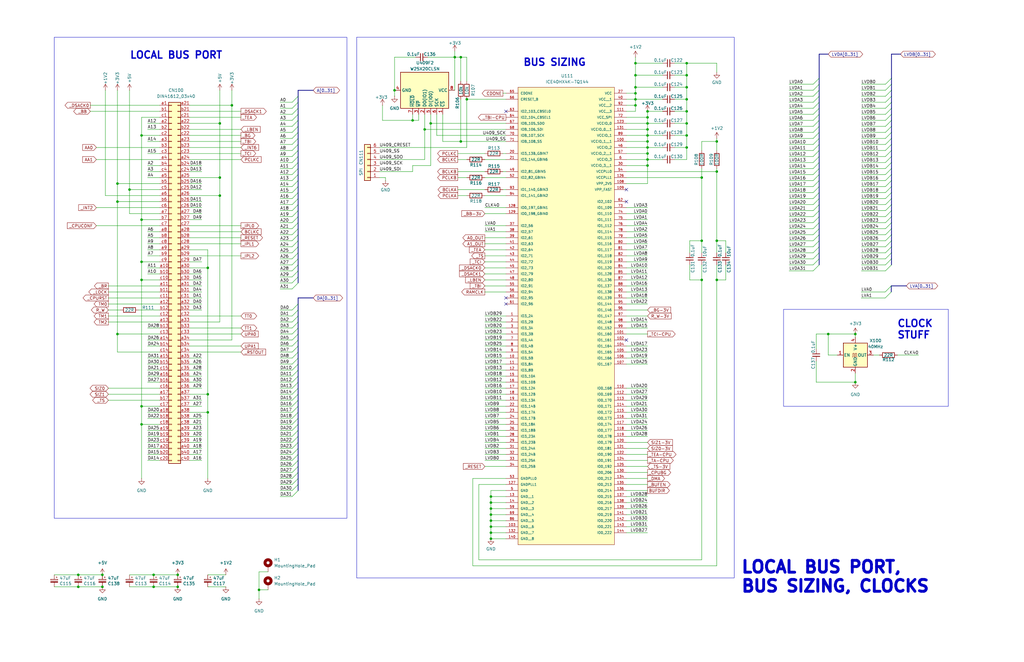
<source format=kicad_sch>
(kicad_sch (version 20231120) (generator "eeschema") (generator_version "8.0")
  (paper "B")
  (title_block (title "AmigaPCI 68040 Local Bus Card") (date "2024-07-21") (rev "4.0"))
  (junction (at 49.53 85.09))
  (junction (at 289.56 62.23))
  (junction (at 273.05 49.53))
  (junction (at 54.61 80.01))
  (junction (at 289.56 31.75))
  (junction (at 179.07 54.61))
  (junction (at 289.56 26.67))
  (junction (at 273.05 52.07))
  (junction (at 87.63 166.37))
  (junction (at 295.91 101.6))
  (junction (at 207.01 217.17))
  (junction (at 267.97 44.45))
  (junction (at 173.99 50.8))
  (junction (at 59.69 57.15))
  (junction (at 289.56 41.91))
  (junction (at 191.77 24.13))
  (junction (at 194.31 59.69))
  (junction (at 196.85 41.91))
  (junction (at 302.26 101.6))
  (junction (at 207.01 227.33))
  (junction (at 59.69 110.49))
  (junction (at 33.02 242.57))
  (junction (at 207.01 219.71))
  (junction (at 267.97 31.75))
  (junction (at 207.01 224.79))
  (junction (at 194.31 24.13))
  (junction (at 207.01 212.09))
  (junction (at 97.79 44.45))
  (junction (at 273.05 59.69))
  (junction (at 74.93 247.65))
  (junction (at 49.53 77.47))
  (junction (at 87.63 113.03))
  (junction (at 43.18 242.57))
  (junction (at 295.91 118.11))
  (junction (at 109.22 248.92))
  (junction (at 289.56 52.07))
  (junction (at 289.56 46.99))
  (junction (at 59.69 118.11))
  (junction (at 302.26 72.39))
  (junction (at 302.26 118.11))
  (junction (at 87.63 173.99))
  (junction (at 273.05 64.77))
  (junction (at 181.61 52.07))
  (junction (at 59.69 92.71))
  (junction (at 49.53 140.97))
  (junction (at 273.05 67.31))
  (junction (at 273.05 69.85))
  (junction (at 166.37 38.1))
  (junction (at 74.93 242.57))
  (junction (at 360.68 161.29))
  (junction (at 207.01 222.25))
  (junction (at 92.71 52.07))
  (junction (at 59.69 179.07))
  (junction (at 33.02 247.65))
  (junction (at 273.05 46.99))
  (junction (at 349.25 140.97))
  (junction (at 267.97 26.67))
  (junction (at 273.05 57.15))
  (junction (at 289.56 57.15))
  (junction (at 302.26 59.69))
  (junction (at 267.97 36.83))
  (junction (at 207.01 209.55))
  (junction (at 295.91 74.93))
  (junction (at 289.56 36.83))
  (junction (at 267.97 41.91))
  (junction (at 59.69 171.45))
  (junction (at 360.68 140.97))
  (junction (at 273.05 62.23))
  (junction (at 92.71 82.55))
  (junction (at 273.05 54.61))
  (junction (at 267.97 39.37))
  (junction (at 207.01 214.63))
  (junction (at 64.77 242.57))
  (junction (at 64.77 247.65))
  (junction (at 43.18 247.65))
  (junction (at 92.71 74.93))
  (no_connect (at 264.16 143.51))
  (no_connect (at 213.36 125.73))
  (no_connect (at 264.16 80.01))
  (no_connect (at 213.36 46.99))
  (no_connect (at 264.16 85.09))
  (no_connect (at 213.36 128.27))
  (bus_entry (at 373.38 109.22) (size 2.54 -2.54))
  (bus_entry (at 342.9 76.2) (size 2.54 -2.54))
  (bus_entry (at 123.19 201.93) (size 2.54 -2.54))
  (bus_entry (at 123.19 43.18) (size 2.54 -2.54))
  (bus_entry (at 342.9 93.98) (size 2.54 -2.54))
  (bus_entry (at 123.19 101.6) (size 2.54 -2.54))
  (bus_entry (at 123.19 96.52) (size 2.54 -2.54))
  (bus_entry (at 342.9 111.76) (size 2.54 -2.54))
  (bus_entry (at 342.9 83.82) (size 2.54 -2.54))
  (bus_entry (at 123.19 88.9) (size 2.54 -2.54))
  (bus_entry (at 123.19 58.42) (size 2.54 -2.54))
  (bus_entry (at 342.9 58.42) (size 2.54 -2.54))
  (bus_entry (at 342.9 114.3) (size 2.54 -2.54))
  (bus_entry (at 123.19 146.05) (size 2.54 -2.54))
  (bus_entry (at 373.38 50.8) (size 2.54 -2.54))
  (bus_entry (at 123.19 83.82) (size 2.54 -2.54))
  (bus_entry (at 123.19 63.5) (size 2.54 -2.54))
  (bus_entry (at 373.38 45.72) (size 2.54 -2.54))
  (bus_entry (at 373.38 93.98) (size 2.54 -2.54))
  (bus_entry (at 123.19 194.31) (size 2.54 -2.54))
  (bus_entry (at 123.19 171.45) (size 2.54 -2.54))
  (bus_entry (at 373.38 38.1) (size 2.54 -2.54))
  (bus_entry (at 123.19 86.36) (size 2.54 -2.54))
  (bus_entry (at 373.38 68.58) (size 2.54 -2.54))
  (bus_entry (at 373.38 106.68) (size 2.54 -2.54))
  (bus_entry (at 123.19 121.92) (size 2.54 -2.54))
  (bus_entry (at 373.38 83.82) (size 2.54 -2.54))
  (bus_entry (at 373.38 111.76) (size 2.54 -2.54))
  (bus_entry (at 123.19 176.53) (size 2.54 -2.54))
  (bus_entry (at 123.19 48.26) (size 2.54 -2.54))
  (bus_entry (at 342.9 109.22) (size 2.54 -2.54))
  (bus_entry (at 342.9 81.28) (size 2.54 -2.54))
  (bus_entry (at 123.19 50.8) (size 2.54 -2.54))
  (bus_entry (at 123.19 133.35) (size 2.54 -2.54))
  (bus_entry (at 123.19 173.99) (size 2.54 -2.54))
  (bus_entry (at 123.19 106.68) (size 2.54 -2.54))
  (bus_entry (at 373.38 76.2) (size 2.54 -2.54))
  (bus_entry (at 342.9 55.88) (size 2.54 -2.54))
  (bus_entry (at 123.19 207.01) (size 2.54 -2.54))
  (bus_entry (at 123.19 181.61) (size 2.54 -2.54))
  (bus_entry (at 123.19 161.29) (size 2.54 -2.54))
  (bus_entry (at 373.38 71.12) (size 2.54 -2.54))
  (bus_entry (at 123.19 76.2) (size 2.54 -2.54))
  (bus_entry (at 342.9 78.74) (size 2.54 -2.54))
  (bus_entry (at 373.38 104.14) (size 2.54 -2.54))
  (bus_entry (at 123.19 158.75) (size 2.54 -2.54))
  (bus_entry (at 123.19 153.67) (size 2.54 -2.54))
  (bus_entry (at 342.9 45.72) (size 2.54 -2.54))
  (bus_entry (at 373.38 40.64) (size 2.54 -2.54))
  (bus_entry (at 342.9 63.5) (size 2.54 -2.54))
  (bus_entry (at 123.19 140.97) (size 2.54 -2.54))
  (bus_entry (at 123.19 143.51) (size 2.54 -2.54))
  (bus_entry (at 373.38 99.06) (size 2.54 -2.54))
  (bus_entry (at 123.19 93.98) (size 2.54 -2.54))
  (bus_entry (at 342.9 73.66) (size 2.54 -2.54))
  (bus_entry (at 123.19 204.47) (size 2.54 -2.54))
  (bus_entry (at 123.19 99.06) (size 2.54 -2.54))
  (bus_entry (at 123.19 151.13) (size 2.54 -2.54))
  (bus_entry (at 123.19 186.69) (size 2.54 -2.54))
  (bus_entry (at 123.19 71.12) (size 2.54 -2.54))
  (bus_entry (at 123.19 209.55) (size 2.54 -2.54))
  (bus_entry (at 373.29 123.19) (size 2.54 -2.54))
  (bus_entry (at 342.9 66.04) (size 2.54 -2.54))
  (bus_entry (at 123.19 66.04) (size 2.54 -2.54))
  (bus_entry (at 342.9 104.14) (size 2.54 -2.54))
  (bus_entry (at 123.19 119.38) (size 2.54 -2.54))
  (bus_entry (at 373.38 96.52) (size 2.54 -2.54))
  (bus_entry (at 342.9 48.26) (size 2.54 -2.54))
  (bus_entry (at 123.19 166.37) (size 2.54 -2.54))
  (bus_entry (at 123.19 91.44) (size 2.54 -2.54))
  (bus_entry (at 123.19 179.07) (size 2.54 -2.54))
  (bus_entry (at 373.38 35.56) (size 2.54 -2.54))
  (bus_entry (at 123.19 148.59) (size 2.54 -2.54))
  (bus_entry (at 373.38 63.5) (size 2.54 -2.54))
  (bus_entry (at 342.9 38.1) (size 2.54 -2.54))
  (bus_entry (at 373.38 58.42) (size 2.54 -2.54))
  (bus_entry (at 373.38 114.3) (size 2.54 -2.54))
  (bus_entry (at 123.19 163.83) (size 2.54 -2.54))
  (bus_entry (at 342.9 99.06) (size 2.54 -2.54))
  (bus_entry (at 342.9 60.96) (size 2.54 -2.54))
  (bus_entry (at 342.9 43.18) (size 2.54 -2.54))
  (bus_entry (at 373.38 73.66) (size 2.54 -2.54))
  (bus_entry (at 123.19 138.43) (size 2.54 -2.54))
  (bus_entry (at 123.19 199.39) (size 2.54 -2.54))
  (bus_entry (at 342.9 40.64) (size 2.54 -2.54))
  (bus_entry (at 123.19 53.34) (size 2.54 -2.54))
  (bus_entry (at 373.38 78.74) (size 2.54 -2.54))
  (bus_entry (at 123.19 60.96) (size 2.54 -2.54))
  (bus_entry (at 373.38 101.6) (size 2.54 -2.54))
  (bus_entry (at 342.9 35.56) (size 2.54 -2.54))
  (bus_entry (at 123.19 55.88) (size 2.54 -2.54))
  (bus_entry (at 342.9 68.58) (size 2.54 -2.54))
  (bus_entry (at 342.9 91.44) (size 2.54 -2.54))
  (bus_entry (at 123.19 196.85) (size 2.54 -2.54))
  (bus_entry (at 342.9 53.34) (size 2.54 -2.54))
  (bus_entry (at 123.19 189.23) (size 2.54 -2.54))
  (bus_entry (at 123.19 156.21) (size 2.54 -2.54))
  (bus_entry (at 123.19 73.66) (size 2.54 -2.54))
  (bus_entry (at 342.9 88.9) (size 2.54 -2.54))
  (bus_entry (at 373.38 86.36) (size 2.54 -2.54))
  (bus_entry (at 342.9 96.52) (size 2.54 -2.54))
  (bus_entry (at 373.38 66.04) (size 2.54 -2.54))
  (bus_entry (at 373.38 60.96) (size 2.54 -2.54))
  (bus_entry (at 373.29 125.73) (size 2.54 -2.54))
  (bus_entry (at 342.9 50.8) (size 2.54 -2.54))
  (bus_entry (at 373.38 91.44) (size 2.54 -2.54))
  (bus_entry (at 373.38 81.28) (size 2.54 -2.54))
  (bus_entry (at 373.38 43.18) (size 2.54 -2.54))
  (bus_entry (at 373.38 53.34) (size 2.54 -2.54))
  (bus_entry (at 123.19 104.14) (size 2.54 -2.54))
  (bus_entry (at 123.19 81.28) (size 2.54 -2.54))
  (bus_entry (at 123.19 135.89) (size 2.54 -2.54))
  (bus_entry (at 123.19 68.58) (size 2.54 -2.54))
  (bus_entry (at 123.19 78.74) (size 2.54 -2.54))
  (bus_entry (at 123.19 45.72) (size 2.54 -2.54))
  (bus_entry (at 373.38 88.9) (size 2.54 -2.54))
  (bus_entry (at 123.19 168.91) (size 2.54 -2.54))
  (bus_entry (at 123.19 191.77) (size 2.54 -2.54))
  (bus_entry (at 373.38 48.26) (size 2.54 -2.54))
  (bus_entry (at 342.9 101.6) (size 2.54 -2.54))
  (bus_entry (at 342.9 71.12) (size 2.54 -2.54))
  (bus_entry (at 373.38 55.88) (size 2.54 -2.54))
  (bus_entry (at 123.19 114.3) (size 2.54 -2.54))
  (bus_entry (at 123.19 116.84) (size 2.54 -2.54))
  (bus_entry (at 123.19 109.22) (size 2.54 -2.54))
  (bus_entry (at 123.19 184.15) (size 2.54 -2.54))
  (bus_entry (at 342.9 86.36) (size 2.54 -2.54))
  (bus_entry (at 123.19 111.76) (size 2.54 -2.54))
  (bus_entry (at 342.9 106.68) (size 2.54 -2.54))
  (bus_entry (at 123.19 130.81) (size 2.54 -2.54))
  (wire (pts (xy 204.47 140.97) (xy 213.36 140.97)))
  (wire (pts (xy 264.16 201.93) (xy 273.05 201.93)))
  (bus (pts (xy 345.44 101.6) (xy 345.44 104.14)))
  (wire (pts (xy 264.16 102.87) (xy 273.05 102.87)))
  (wire (pts (xy 212.09 39.37) (xy 213.36 39.37)))
  (wire (pts (xy 118.11 176.53) (xy 123.19 176.53)))
  (bus (pts (xy 375.92 68.58) (xy 375.92 71.12)))
  (wire (pts (xy 181.61 52.07) (xy 213.36 52.07)))
  (bus (pts (xy 125.73 111.76) (xy 125.73 114.3)))
  (wire (pts (xy 204.47 153.67) (xy 213.36 153.67)))
  (bus (pts (xy 345.44 76.2) (xy 345.44 78.74)))
  (wire (pts (xy 264.16 97.79) (xy 273.05 97.79)))
  (wire (pts (xy 273.05 59.69) (xy 273.05 62.23)))
  (wire (pts (xy 85.09 168.91) (xy 80.01 168.91)))
  (wire (pts (xy 118.11 207.01) (xy 123.19 207.01)))
  (wire (pts (xy 207.01 207.01) (xy 207.01 209.55)))
  (wire (pts (xy 363.22 53.34) (xy 373.38 53.34)))
  (bus (pts (xy 345.44 38.1) (xy 345.44 40.64)))
  (wire (pts (xy 273.05 130.81) (xy 264.16 130.81)))
  (wire (pts (xy 363.22 101.6) (xy 373.38 101.6)))
  (wire (pts (xy 191.77 38.1) (xy 191.77 24.13)))
  (wire (pts (xy 264.16 214.63) (xy 273.05 214.63)))
  (bus (pts (xy 375.92 109.22) (xy 375.92 111.76)))
  (wire (pts (xy 44.45 82.55) (xy 67.31 82.55)))
  (wire (pts (xy 118.11 43.18) (xy 123.19 43.18)))
  (bus (pts (xy 345.44 104.14) (xy 345.44 106.68)))
  (wire (pts (xy 290.83 101.6) (xy 295.91 101.6)))
  (wire (pts (xy 118.11 189.23) (xy 123.19 189.23)))
  (wire (pts (xy 80.01 113.03) (xy 87.63 113.03)))
  (bus (pts (xy 125.73 163.83) (xy 125.73 161.29)))
  (wire (pts (xy 62.23 186.69) (xy 67.31 186.69)))
  (wire (pts (xy 118.11 68.58) (xy 123.19 68.58)))
  (bus (pts (xy 125.73 66.04) (xy 125.73 68.58)))
  (wire (pts (xy 64.77 242.57) (xy 74.93 242.57)))
  (wire (pts (xy 85.09 72.39) (xy 80.01 72.39)))
  (bus (pts (xy 375.92 101.6) (xy 375.92 104.14)))
  (wire (pts (xy 45.72 128.27) (xy 67.31 128.27)))
  (wire (pts (xy 196.85 62.23) (xy 196.85 41.91)))
  (wire (pts (xy 344.17 152.4) (xy 344.17 161.29)))
  (wire (pts (xy 264.16 115.57) (xy 273.05 115.57)))
  (bus (pts (xy 125.73 171.45) (xy 125.73 168.91)))
  (bus (pts (xy 125.73 199.39) (xy 125.73 196.85)))
  (wire (pts (xy 80.01 143.51) (xy 97.79 143.51)))
  (wire (pts (xy 54.61 38.1) (xy 54.61 80.01)))
  (wire (pts (xy 118.11 60.96) (xy 123.19 60.96)))
  (wire (pts (xy 213.36 64.77) (xy 212.09 64.77)))
  (bus (pts (xy 125.73 71.12) (xy 125.73 73.66)))
  (wire (pts (xy 59.69 118.11) (xy 59.69 171.45)))
  (wire (pts (xy 179.07 48.26) (xy 179.07 54.61)))
  (bus (pts (xy 125.73 153.67) (xy 125.73 151.13)))
  (wire (pts (xy 213.36 146.05) (xy 204.47 146.05)))
  (wire (pts (xy 213.36 181.61) (xy 204.47 181.61)))
  (wire (pts (xy 332.74 35.56) (xy 342.9 35.56)))
  (wire (pts (xy 118.11 96.52) (xy 123.19 96.52)))
  (wire (pts (xy 204.47 107.95) (xy 213.36 107.95)))
  (wire (pts (xy 85.09 110.49) (xy 80.01 110.49)))
  (bus (pts (xy 125.73 138.43) (xy 125.73 135.89)))
  (wire (pts (xy 62.23 153.67) (xy 67.31 153.67)))
  (wire (pts (xy 62.23 52.07) (xy 67.31 52.07)))
  (bus (pts (xy 345.44 68.58) (xy 345.44 71.12)))
  (wire (pts (xy 273.05 135.89) (xy 264.16 135.89)))
  (wire (pts (xy 289.56 36.83) (xy 289.56 31.75)))
  (wire (pts (xy 363.22 76.2) (xy 373.38 76.2)))
  (wire (pts (xy 196.85 67.31) (xy 193.04 67.31)))
  (wire (pts (xy 363.22 91.44) (xy 373.38 91.44)))
  (wire (pts (xy 378.46 149.86) (xy 387.35 149.86)))
  (wire (pts (xy 33.02 242.57) (xy 43.18 242.57)))
  (bus (pts (xy 125.73 161.29) (xy 125.73 158.75)))
  (bus (pts (xy 125.73 156.21) (xy 125.73 153.67)))
  (wire (pts (xy 267.97 36.83) (xy 279.4 36.83)))
  (wire (pts (xy 264.16 168.91) (xy 273.05 168.91)))
  (wire (pts (xy 332.74 99.06) (xy 342.9 99.06)))
  (bus (pts (xy 345.44 99.06) (xy 345.44 101.6)))
  (wire (pts (xy 62.23 100.33) (xy 67.31 100.33)))
  (wire (pts (xy 118.11 78.74) (xy 123.19 78.74)))
  (bus (pts (xy 125.73 143.51) (xy 125.73 140.97)))
  (bus (pts (xy 375.92 58.42) (xy 375.92 60.96)))
  (wire (pts (xy 92.71 82.55) (xy 92.71 135.89)))
  (wire (pts (xy 201.93 204.47) (xy 213.36 204.47)))
  (wire (pts (xy 332.74 68.58) (xy 342.9 68.58)))
  (bus (pts (xy 125.73 166.37) (xy 125.73 163.83)))
  (wire (pts (xy 85.09 69.85) (xy 80.01 69.85)))
  (wire (pts (xy 80.01 102.87) (xy 101.6 102.87)))
  (wire (pts (xy 59.69 92.71) (xy 67.31 92.71)))
  (bus (pts (xy 125.73 181.61) (xy 125.73 179.07)))
  (wire (pts (xy 264.16 128.27) (xy 273.05 128.27)))
  (wire (pts (xy 332.74 93.98) (xy 342.9 93.98)))
  (wire (pts (xy 64.77 247.65) (xy 74.93 247.65)))
  (wire (pts (xy 62.23 97.79) (xy 67.31 97.79)))
  (wire (pts (xy 332.74 109.22) (xy 342.9 109.22)))
  (wire (pts (xy 204.47 143.51) (xy 213.36 143.51)))
  (wire (pts (xy 273.05 133.35) (xy 264.16 133.35)))
  (wire (pts (xy 332.74 40.64) (xy 342.9 40.64)))
  (bus (pts (xy 375.92 35.56) (xy 375.92 38.1)))
  (wire (pts (xy 62.23 161.29) (xy 67.31 161.29)))
  (wire (pts (xy 62.23 146.05) (xy 67.31 146.05)))
  (wire (pts (xy 363.22 40.64) (xy 373.38 40.64)))
  (wire (pts (xy 118.11 58.42) (xy 123.19 58.42)))
  (wire (pts (xy 85.09 176.53) (xy 80.01 176.53)))
  (wire (pts (xy 85.09 120.65) (xy 80.01 120.65)))
  (wire (pts (xy 207.01 209.55) (xy 207.01 212.09)))
  (wire (pts (xy 213.36 186.69) (xy 204.47 186.69)))
  (bus (pts (xy 345.44 53.34) (xy 345.44 55.88)))
  (wire (pts (xy 363.22 48.26) (xy 373.38 48.26)))
  (wire (pts (xy 118.11 73.66) (xy 123.19 73.66)))
  (bus (pts (xy 125.73 204.47) (xy 125.73 201.93)))
  (wire (pts (xy 80.01 148.59) (xy 101.6 148.59)))
  (wire (pts (xy 332.74 86.36) (xy 342.9 86.36)))
  (wire (pts (xy 204.47 113.03) (xy 213.36 113.03)))
  (wire (pts (xy 80.01 140.97) (xy 101.6 140.97)))
  (wire (pts (xy 118.11 116.84) (xy 123.19 116.84)))
  (wire (pts (xy 289.56 26.67) (xy 284.48 26.67)))
  (wire (pts (xy 267.97 41.91) (xy 267.97 44.45)))
  (bus (pts (xy 375.92 99.06) (xy 375.92 101.6)))
  (wire (pts (xy 332.74 43.18) (xy 342.9 43.18)))
  (wire (pts (xy 264.16 95.25) (xy 273.05 95.25)))
  (wire (pts (xy 85.09 130.81) (xy 80.01 130.81)))
  (wire (pts (xy 349.25 140.97) (xy 360.68 140.97)))
  (wire (pts (xy 85.09 184.15) (xy 80.01 184.15)))
  (wire (pts (xy 273.05 62.23) (xy 279.4 62.23)))
  (wire (pts (xy 264.16 118.11) (xy 273.05 118.11)))
  (wire (pts (xy 332.74 76.2) (xy 342.9 76.2)))
  (wire (pts (xy 49.53 148.59) (xy 49.53 140.97)))
  (bus (pts (xy 125.73 207.01) (xy 125.73 204.47)))
  (wire (pts (xy 264.16 146.05) (xy 273.05 146.05)))
  (wire (pts (xy 213.36 87.63) (xy 204.47 87.63)))
  (wire (pts (xy 267.97 24.13) (xy 267.97 26.67)))
  (wire (pts (xy 179.07 54.61) (xy 179.07 67.31)))
  (bus (pts (xy 125.73 68.58) (xy 125.73 71.12)))
  (wire (pts (xy 273.05 140.97) (xy 264.16 140.97)))
  (wire (pts (xy 179.07 67.31) (xy 160.02 67.31)))
  (wire (pts (xy 80.01 173.99) (xy 87.63 173.99)))
  (bus (pts (xy 345.44 109.22) (xy 345.44 111.76)))
  (wire (pts (xy 273.05 67.31) (xy 273.05 69.85)))
  (wire (pts (xy 62.23 184.15) (xy 67.31 184.15)))
  (wire (pts (xy 85.09 171.45) (xy 80.01 171.45)))
  (wire (pts (xy 118.11 184.15) (xy 123.19 184.15)))
  (wire (pts (xy 191.77 24.13) (xy 191.77 21.59)))
  (wire (pts (xy 332.74 106.68) (xy 342.9 106.68)))
  (wire (pts (xy 349.25 149.86) (xy 349.25 140.97)))
  (wire (pts (xy 273.05 49.53) (xy 273.05 52.07)))
  (wire (pts (xy 332.74 60.96) (xy 342.9 60.96)))
  (wire (pts (xy 273.05 46.99) (xy 273.05 49.53)))
  (wire (pts (xy 62.23 113.03) (xy 67.31 113.03)))
  (wire (pts (xy 207.01 212.09) (xy 213.36 212.09)))
  (wire (pts (xy 118.11 81.28) (xy 123.19 81.28)))
  (bus (pts (xy 345.44 71.12) (xy 345.44 73.66)))
  (bus (pts (xy 345.44 93.98) (xy 345.44 96.52)))
  (bus (pts (xy 345.44 55.88) (xy 345.44 58.42)))
  (wire (pts (xy 273.05 181.61) (xy 264.16 181.61)))
  (wire (pts (xy 109.22 241.3) (xy 109.22 248.92)))
  (wire (pts (xy 196.85 24.13) (xy 194.31 24.13)))
  (wire (pts (xy 363.22 88.9) (xy 373.38 88.9)))
  (wire (pts (xy 109.22 248.92) (xy 113.03 248.92)))
  (wire (pts (xy 109.22 248.92) (xy 109.22 252.73)))
  (wire (pts (xy 204.47 97.79) (xy 213.36 97.79)))
  (wire (pts (xy 161.29 50.8) (xy 173.99 50.8)))
  (wire (pts (xy 118.11 194.31) (xy 123.19 194.31)))
  (bus (pts (xy 125.73 73.66) (xy 125.73 76.2)))
  (wire (pts (xy 59.69 171.45) (xy 67.31 171.45)))
  (wire (pts (xy 213.36 156.21) (xy 204.47 156.21)))
  (wire (pts (xy 59.69 179.07) (xy 59.69 201.93)))
  (wire (pts (xy 45.72 163.83) (xy 67.31 163.83)))
  (wire (pts (xy 85.09 186.69) (xy 80.01 186.69)))
  (wire (pts (xy 44.45 38.1) (xy 44.45 82.55)))
  (bus (pts (xy 375.92 78.74) (xy 375.92 81.28)))
  (wire (pts (xy 264.16 209.55) (xy 273.05 209.55)))
  (wire (pts (xy 181.61 69.85) (xy 173.99 69.85)))
  (wire (pts (xy 62.23 138.43) (xy 67.31 138.43)))
  (wire (pts (xy 273.05 179.07) (xy 264.16 179.07)))
  (wire (pts (xy 273.05 191.77) (xy 264.16 191.77)))
  (wire (pts (xy 284.48 67.31) (xy 289.56 67.31)))
  (wire (pts (xy 118.11 104.14) (xy 123.19 104.14)))
  (wire (pts (xy 173.99 69.85) (xy 173.99 72.39)))
  (wire (pts (xy 267.97 26.67) (xy 279.4 26.67)))
  (bus (pts (xy 125.73 140.97) (xy 125.73 138.43)))
  (wire (pts (xy 264.16 107.95) (xy 273.05 107.95)))
  (wire (pts (xy 80.01 74.93) (xy 92.71 74.93)))
  (wire (pts (xy 302.26 101.6) (xy 306.07 101.6)))
  (wire (pts (xy 118.11 204.47) (xy 123.19 204.47)))
  (wire (pts (xy 118.11 179.07) (xy 123.19 179.07)))
  (wire (pts (xy 80.01 107.95) (xy 101.6 107.95)))
  (wire (pts (xy 332.74 81.28) (xy 342.9 81.28)))
  (wire (pts (xy 213.36 176.53) (xy 204.47 176.53)))
  (wire (pts (xy 273.05 138.43) (xy 264.16 138.43)))
  (wire (pts (xy 118.11 158.75) (xy 123.19 158.75)))
  (wire (pts (xy 273.05 52.07) (xy 279.4 52.07)))
  (wire (pts (xy 87.63 247.65) (xy 95.25 247.65)))
  (wire (pts (xy 273.05 186.69) (xy 264.16 186.69)))
  (bus (pts (xy 345.44 73.66) (xy 345.44 76.2)))
  (bus (pts (xy 125.73 38.1) (xy 125.73 40.64)))
  (wire (pts (xy 264.16 46.99) (xy 267.97 46.99)))
  (bus (pts (xy 345.44 86.36) (xy 345.44 88.9)))
  (wire (pts (xy 290.83 118.11) (xy 295.91 118.11)))
  (bus (pts (xy 375.92 45.72) (xy 375.92 48.26)))
  (bus (pts (xy 125.73 101.6) (xy 125.73 104.14)))
  (wire (pts (xy 85.09 87.63) (xy 80.01 87.63)))
  (wire (pts (xy 289.56 31.75) (xy 289.56 26.67)))
  (bus (pts (xy 375.92 43.18) (xy 375.92 45.72)))
  (wire (pts (xy 80.01 138.43) (xy 101.6 138.43)))
  (wire (pts (xy 264.16 39.37) (xy 267.97 39.37)))
  (wire (pts (xy 59.69 171.45) (xy 59.69 179.07)))
  (wire (pts (xy 80.01 64.77) (xy 101.6 64.77)))
  (wire (pts (xy 264.16 153.67) (xy 273.05 153.67)))
  (bus (pts (xy 345.44 88.9) (xy 345.44 91.44)))
  (wire (pts (xy 264.16 110.49) (xy 273.05 110.49)))
  (wire (pts (xy 289.56 46.99) (xy 289.56 52.07)))
  (bus (pts (xy 345.44 33.02) (xy 345.44 35.56)))
  (wire (pts (xy 360.68 157.48) (xy 360.68 161.29)))
  (wire (pts (xy 273.05 54.61) (xy 273.05 57.15)))
  (bus (pts (xy 125.73 201.93) (xy 125.73 199.39)))
  (bus (pts (xy 125.73 133.35) (xy 125.73 130.81)))
  (wire (pts (xy 118.11 53.34) (xy 123.19 53.34)))
  (wire (pts (xy 59.69 49.53) (xy 67.31 49.53)))
  (wire (pts (xy 118.11 119.38) (xy 123.19 119.38)))
  (wire (pts (xy 289.56 62.23) (xy 289.56 67.31)))
  (bus (pts (xy 125.73 55.88) (xy 125.73 58.42)))
  (wire (pts (xy 264.16 59.69) (xy 273.05 59.69)))
  (wire (pts (xy 85.09 115.57) (xy 80.01 115.57)))
  (bus (pts (xy 125.73 148.59) (xy 125.73 146.05)))
  (bus (pts (xy 125.73 176.53) (xy 125.73 173.99)))
  (wire (pts (xy 363.22 93.98) (xy 373.38 93.98)))
  (wire (pts (xy 194.31 41.91) (xy 194.31 59.69)))
  (bus (pts (xy 375.92 106.68) (xy 375.92 109.22)))
  (wire (pts (xy 204.47 95.25) (xy 213.36 95.25)))
  (bus (pts (xy 125.73 88.9) (xy 125.73 91.44)))
  (wire (pts (xy 207.01 217.17) (xy 207.01 219.71)))
  (wire (pts (xy 273.05 62.23) (xy 273.05 64.77)))
  (wire (pts (xy 273.05 184.15) (xy 264.16 184.15)))
  (bus (pts (xy 125.73 116.84) (xy 125.73 119.38)))
  (wire (pts (xy 22.86 247.65) (xy 33.02 247.65)))
  (bus (pts (xy 375.92 81.28) (xy 375.92 83.82)))
  (wire (pts (xy 363.22 50.8) (xy 373.38 50.8)))
  (wire (pts (xy 85.09 194.31) (xy 80.01 194.31)))
  (wire (pts (xy 85.09 179.07) (xy 80.01 179.07)))
  (wire (pts (xy 213.36 194.31) (xy 204.47 194.31)))
  (wire (pts (xy 85.09 161.29) (xy 80.01 161.29)))
  (wire (pts (xy 204.47 171.45) (xy 213.36 171.45)))
  (wire (pts (xy 85.09 163.83) (xy 80.01 163.83)))
  (wire (pts (xy 363.22 99.06) (xy 373.38 99.06)))
  (wire (pts (xy 85.09 92.71) (xy 80.01 92.71)))
  (wire (pts (xy 332.74 83.82) (xy 342.9 83.82)))
  (wire (pts (xy 62.23 64.77) (xy 67.31 64.77)))
  (wire (pts (xy 181.61 48.26) (xy 181.61 52.07)))
  (wire (pts (xy 85.09 156.21) (xy 80.01 156.21)))
  (bus (pts (xy 345.44 63.5) (xy 345.44 66.04)))
  (wire (pts (xy 85.09 128.27) (xy 80.01 128.27)))
  (wire (pts (xy 80.01 54.61) (xy 101.6 54.61)))
  (bus (pts (xy 125.73 58.42) (xy 125.73 60.96)))
  (wire (pts (xy 59.69 92.71) (xy 59.69 110.49)))
  (bus (pts (xy 345.44 40.64) (xy 345.44 43.18)))
  (bus (pts (xy 125.73 109.22) (xy 125.73 111.76)))
  (wire (pts (xy 45.72 120.65) (xy 67.31 120.65)))
  (wire (pts (xy 204.47 64.77) (xy 193.04 64.77)))
  (wire (pts (xy 186.69 59.69) (xy 186.69 48.26)))
  (wire (pts (xy 59.69 118.11) (xy 67.31 118.11)))
  (wire (pts (xy 332.74 73.66) (xy 342.9 73.66)))
  (wire (pts (xy 363.22 96.52) (xy 373.38 96.52)))
  (wire (pts (xy 207.01 222.25) (xy 207.01 224.79)))
  (bus (pts (xy 375.92 22.86) (xy 379.73 22.86)))
  (wire (pts (xy 80.01 52.07) (xy 92.71 52.07)))
  (wire (pts (xy 80.01 95.25) (xy 101.6 95.25)))
  (wire (pts (xy 173.99 48.26) (xy 173.99 50.8)))
  (wire (pts (xy 289.56 46.99) (xy 289.56 41.91)))
  (wire (pts (xy 62.23 74.93) (xy 67.31 74.93)))
  (wire (pts (xy 67.31 90.17) (xy 54.61 90.17)))
  (wire (pts (xy 264.16 67.31) (xy 273.05 67.31)))
  (wire (pts (xy 207.01 207.01) (xy 213.36 207.01)))
  (bus (pts (xy 375.92 66.04) (xy 375.92 68.58)))
  (wire (pts (xy 302.26 238.76) (xy 302.26 118.11)))
  (wire (pts (xy 264.16 207.01) (xy 273.05 207.01)))
  (wire (pts (xy 295.91 59.69) (xy 302.26 59.69)))
  (bus (pts (xy 125.73 186.69) (xy 125.73 184.15)))
  (wire (pts (xy 295.91 63.5) (xy 295.91 59.69)))
  (wire (pts (xy 80.01 97.79) (xy 101.6 97.79)))
  (wire (pts (xy 213.36 74.93) (xy 204.47 74.93)))
  (wire (pts (xy 332.74 58.42) (xy 342.9 58.42)))
  (wire (pts (xy 62.23 54.61) (xy 67.31 54.61)))
  (wire (pts (xy 332.74 71.12) (xy 342.9 71.12)))
  (wire (pts (xy 273.05 173.99) (xy 264.16 173.99)))
  (wire (pts (xy 59.69 110.49) (xy 67.31 110.49)))
  (wire (pts (xy 273.05 77.47) (xy 264.16 77.47)))
  (wire (pts (xy 54.61 247.65) (xy 64.77 247.65)))
  (wire (pts (xy 80.01 44.45) (xy 97.79 44.45)))
  (wire (pts (xy 85.09 123.19) (xy 80.01 123.19)))
  (bus (pts (xy 345.44 48.26) (xy 345.44 50.8)))
  (wire (pts (xy 363.13 125.73) (xy 373.29 125.73)))
  (wire (pts (xy 80.01 133.35) (xy 101.6 133.35)))
  (wire (pts (xy 199.39 201.93) (xy 213.36 201.93)))
  (wire (pts (xy 284.48 31.75) (xy 289.56 31.75)))
  (wire (pts (xy 118.11 93.98) (xy 123.19 93.98)))
  (wire (pts (xy 363.22 114.3) (xy 373.38 114.3)))
  (wire (pts (xy 363.22 104.14) (xy 373.38 104.14)))
  (wire (pts (xy 45.72 168.91) (xy 67.31 168.91)))
  (wire (pts (xy 118.11 109.22) (xy 123.19 109.22)))
  (wire (pts (xy 207.01 214.63) (xy 213.36 214.63)))
  (bus (pts (xy 125.73 48.26) (xy 125.73 50.8)))
  (wire (pts (xy 213.36 82.55) (xy 204.47 82.55)))
  (wire (pts (xy 344.17 140.97) (xy 344.17 147.32)))
  (wire (pts (xy 363.22 78.74) (xy 373.38 78.74)))
  (wire (pts (xy 118.11 130.81) (xy 123.19 130.81)))
  (wire (pts (xy 213.36 67.31) (xy 204.47 67.31)))
  (wire (pts (xy 363.22 81.28) (xy 373.38 81.28)))
  (bus (pts (xy 125.73 53.34) (xy 125.73 55.88)))
  (wire (pts (xy 45.72 135.89) (xy 67.31 135.89)))
  (bus (pts (xy 375.92 63.5) (xy 375.92 66.04)))
  (wire (pts (xy 207.01 217.17) (xy 213.36 217.17)))
  (wire (pts (xy 166.37 40.64) (xy 166.37 38.1)))
  (wire (pts (xy 204.47 80.01) (xy 193.04 80.01)))
  (wire (pts (xy 213.36 184.15) (xy 204.47 184.15)))
  (wire (pts (xy 199.39 201.93) (xy 199.39 238.76)))
  (wire (pts (xy 204.47 135.89) (xy 213.36 135.89)))
  (wire (pts (xy 267.97 41.91) (xy 279.4 41.91)))
  (bus (pts (xy 345.44 22.86) (xy 349.25 22.86)))
  (wire (pts (xy 54.61 80.01) (xy 67.31 80.01)))
  (wire (pts (xy 118.11 86.36) (xy 123.19 86.36)))
  (wire (pts (xy 118.11 76.2) (xy 123.19 76.2)))
  (wire (pts (xy 332.74 111.76) (xy 342.9 111.76)))
  (wire (pts (xy 295.91 71.12) (xy 295.91 74.93)))
  (wire (pts (xy 160.02 72.39) (xy 173.99 72.39)))
  (bus (pts (xy 125.73 63.5) (xy 125.73 66.04)))
  (wire (pts (xy 207.01 214.63) (xy 207.01 217.17)))
  (wire (pts (xy 62.23 107.95) (xy 67.31 107.95)))
  (wire (pts (xy 363.22 106.68) (xy 373.38 106.68)))
  (wire (pts (xy 273.05 57.15) (xy 273.05 59.69)))
  (wire (pts (xy 284.48 52.07) (xy 289.56 52.07)))
  (wire (pts (xy 363.22 71.12) (xy 373.38 71.12)))
  (wire (pts (xy 264.16 151.13) (xy 273.05 151.13)))
  (wire (pts (xy 363.22 60.96) (xy 373.38 60.96)))
  (wire (pts (xy 332.74 55.88) (xy 342.9 55.88)))
  (wire (pts (xy 273.05 67.31) (xy 279.4 67.31)))
  (bus (pts (xy 375.92 96.52) (xy 375.92 99.06)))
  (wire (pts (xy 40.64 95.25) (xy 67.31 95.25)))
  (wire (pts (xy 213.36 161.29) (xy 204.47 161.29)))
  (wire (pts (xy 80.01 46.99) (xy 101.6 46.99)))
  (wire (pts (xy 267.97 36.83) (xy 267.97 39.37)))
  (bus (pts (xy 375.92 50.8) (xy 375.92 53.34)))
  (wire (pts (xy 62.23 59.69) (xy 67.31 59.69)))
  (wire (pts (xy 196.85 82.55) (xy 193.04 82.55)))
  (bus (pts (xy 345.44 66.04) (xy 345.44 68.58)))
  (wire (pts (xy 332.74 91.44) (xy 342.9 91.44)))
  (wire (pts (xy 85.09 125.73) (xy 80.01 125.73)))
  (wire (pts (xy 92.71 135.89) (xy 80.01 135.89)))
  (wire (pts (xy 118.11 99.06) (xy 123.19 99.06)))
  (wire (pts (xy 118.11 143.51) (xy 123.19 143.51)))
  (wire (pts (xy 264.16 204.47) (xy 273.05 204.47)))
  (wire (pts (xy 85.09 80.01) (xy 80.01 80.01)))
  (bus (pts (xy 345.44 50.8) (xy 345.44 53.34)))
  (bus (pts (xy 345.44 81.28) (xy 345.44 83.82)))
  (wire (pts (xy 295.91 236.22) (xy 201.93 236.22)))
  (wire (pts (xy 273.05 199.39) (xy 264.16 199.39)))
  (bus (pts (xy 125.73 151.13) (xy 125.73 148.59)))
  (wire (pts (xy 85.09 181.61) (xy 80.01 181.61)))
  (wire (pts (xy 368.3 149.86) (xy 370.84 149.86)))
  (wire (pts (xy 302.26 26.67) (xy 302.26 30.48)))
  (wire (pts (xy 62.23 102.87) (xy 67.31 102.87)))
  (wire (pts (xy 85.09 118.11) (xy 80.01 118.11)))
  (wire (pts (xy 332.74 38.1) (xy 342.9 38.1)))
  (wire (pts (xy 213.36 118.11) (xy 204.47 118.11)))
  (wire (pts (xy 118.11 114.3) (xy 123.19 114.3)))
  (bus (pts (xy 375.83 120.65) (xy 382.18 120.65)))
  (wire (pts (xy 59.69 57.15) (xy 59.69 92.71)))
  (wire (pts (xy 363.22 83.82) (xy 373.38 83.82)))
  (wire (pts (xy 162.56 74.93) (xy 162.56 76.2)))
  (wire (pts (xy 196.85 34.29) (xy 196.85 24.13)))
  (wire (pts (xy 264.16 222.25) (xy 273.05 222.25)))
  (wire (pts (xy 207.01 219.71) (xy 213.36 219.71)))
  (bus (pts (xy 345.44 35.56) (xy 345.44 38.1)))
  (wire (pts (xy 62.23 69.85) (xy 67.31 69.85)))
  (wire (pts (xy 204.47 110.49) (xy 213.36 110.49)))
  (wire (pts (xy 118.11 111.76) (xy 123.19 111.76)))
  (bus (pts (xy 125.73 83.82) (xy 125.73 86.36)))
  (wire (pts (xy 267.97 39.37) (xy 267.97 41.91)))
  (wire (pts (xy 161.29 44.45) (xy 161.29 50.8)))
  (bus (pts (xy 125.73 191.77) (xy 125.73 189.23)))
  (wire (pts (xy 290.83 111.76) (xy 290.83 118.11)))
  (wire (pts (xy 160.02 62.23) (xy 196.85 62.23)))
  (wire (pts (xy 273.05 69.85) (xy 273.05 77.47)))
  (wire (pts (xy 363.22 55.88) (xy 373.38 55.88)))
  (wire (pts (xy 302.26 59.69) (xy 302.26 63.5)))
  (wire (pts (xy 118.11 138.43) (xy 123.19 138.43)))
  (bus (pts (xy 125.73 50.8) (xy 125.73 53.34)))
  (bus (pts (xy 375.92 73.66) (xy 375.92 76.2)))
  (wire (pts (xy 264.16 217.17) (xy 273.05 217.17)))
  (wire (pts (xy 118.11 209.55) (xy 123.19 209.55)))
  (wire (pts (xy 87.63 173.99) (xy 87.63 201.93)))
  (bus (pts (xy 375.92 86.36) (xy 375.92 88.9)))
  (wire (pts (xy 118.11 161.29) (xy 123.19 161.29)))
  (bus (pts (xy 125.73 114.3) (xy 125.73 116.84)))
  (wire (pts (xy 45.72 133.35) (xy 67.31 133.35)))
  (wire (pts (xy 284.48 46.99) (xy 289.56 46.99)))
  (wire (pts (xy 273.05 64.77) (xy 273.05 67.31)))
  (wire (pts (xy 22.86 242.57) (xy 33.02 242.57)))
  (bus (pts (xy 125.73 45.72) (xy 125.73 48.26)))
  (wire (pts (xy 184.15 57.15) (xy 213.36 57.15)))
  (wire (pts (xy 59.69 57.15) (xy 67.31 57.15)))
  (bus (pts (xy 345.44 83.82) (xy 345.44 86.36)))
  (bus (pts (xy 125.73 91.44) (xy 125.73 93.98)))
  (wire (pts (xy 363.22 38.1) (xy 373.38 38.1)))
  (wire (pts (xy 273.05 57.15) (xy 279.4 57.15)))
  (bus (pts (xy 375.92 38.1) (xy 375.92 40.64)))
  (wire (pts (xy 184.15 57.15) (xy 184.15 48.26)))
  (wire (pts (xy 363.22 111.76) (xy 373.38 111.76)))
  (wire (pts (xy 62.23 191.77) (xy 67.31 191.77)))
  (wire (pts (xy 273.05 194.31) (xy 264.16 194.31)))
  (wire (pts (xy 118.11 201.93) (xy 123.19 201.93)))
  (wire (pts (xy 204.47 191.77) (xy 213.36 191.77)))
  (wire (pts (xy 80.01 105.41) (xy 87.63 105.41)))
  (wire (pts (xy 264.16 74.93) (xy 295.91 74.93)))
  (wire (pts (xy 118.11 196.85) (xy 123.19 196.85)))
  (bus (pts (xy 125.73 146.05) (xy 125.73 143.51)))
  (wire (pts (xy 201.93 236.22) (xy 201.93 204.47)))
  (wire (pts (xy 213.36 173.99) (xy 204.47 173.99)))
  (wire (pts (xy 204.47 151.13) (xy 213.36 151.13)))
  (wire (pts (xy 118.11 66.04) (xy 123.19 66.04)))
  (wire (pts (xy 118.11 45.72) (xy 123.19 45.72)))
  (wire (pts (xy 62.23 173.99) (xy 67.31 173.99)))
  (wire (pts (xy 92.71 38.1) (xy 92.71 52.07)))
  (wire (pts (xy 204.47 133.35) (xy 213.36 133.35)))
  (wire (pts (xy 62.23 176.53) (xy 67.31 176.53)))
  (wire (pts (xy 213.36 158.75) (xy 204.47 158.75)))
  (wire (pts (xy 207.01 219.71) (xy 207.01 222.25)))
  (wire (pts (xy 54.61 80.01) (xy 54.61 90.17)))
  (bus (pts (xy 375.92 104.14) (xy 375.92 106.68)))
  (wire (pts (xy 264.16 148.59) (xy 273.05 148.59)))
  (wire (pts (xy 97.79 44.45) (xy 97.79 143.51)))
  (wire (pts (xy 344.17 140.97) (xy 349.25 140.97)))
  (wire (pts (xy 264.16 176.53) (xy 273.05 176.53)))
  (wire (pts (xy 118.11 63.5) (xy 123.19 63.5)))
  (wire (pts (xy 118.11 186.69) (xy 123.19 186.69)))
  (wire (pts (xy 289.56 57.15) (xy 289.56 62.23)))
  (wire (pts (xy 273.05 171.45) (xy 264.16 171.45)))
  (wire (pts (xy 204.47 102.87) (xy 213.36 102.87)))
  (wire (pts (xy 118.11 48.26) (xy 123.19 48.26)))
  (bus (pts (xy 125.73 86.36) (xy 125.73 88.9)))
  (wire (pts (xy 118.11 151.13) (xy 123.19 151.13)))
  (wire (pts (xy 62.23 72.39) (xy 67.31 72.39)))
  (bus (pts (xy 125.73 38.1) (xy 132.08 38.1)))
  (wire (pts (xy 332.74 114.3) (xy 342.9 114.3)))
  (wire (pts (xy 49.53 140.97) (xy 67.31 140.97)))
  (wire (pts (xy 67.31 148.59) (xy 49.53 148.59)))
  (wire (pts (xy 45.72 130.81) (xy 50.8 130.81)))
  (wire (pts (xy 45.72 166.37) (xy 67.31 166.37)))
  (bus (pts (xy 345.44 58.42) (xy 345.44 60.96)))
  (bus (pts (xy 375.92 48.26) (xy 375.92 50.8)))
  (wire (pts (xy 284.48 57.15) (xy 289.56 57.15)))
  (wire (pts (xy 273.05 224.79) (xy 264.16 224.79)))
  (wire (pts (xy 33.02 247.65) (xy 43.18 247.65)))
  (bus (pts (xy 345.44 60.96) (xy 345.44 63.5)))
  (bus (pts (xy 375.92 83.82) (xy 375.92 86.36)))
  (wire (pts (xy 264.16 120.65) (xy 273.05 120.65)))
  (bus (pts (xy 125.73 99.06) (xy 125.73 101.6)))
  (wire (pts (xy 49.53 38.1) (xy 49.53 77.47)))
  (bus (pts (xy 375.92 53.34) (xy 375.92 55.88)))
  (wire (pts (xy 213.36 115.57) (xy 204.47 115.57)))
  (wire (pts (xy 87.63 113.03) (xy 87.63 166.37)))
  (wire (pts (xy 92.71 52.07) (xy 92.71 74.93)))
  (wire (pts (xy 207.01 222.25) (xy 213.36 222.25)))
  (wire (pts (xy 45.72 125.73) (xy 67.31 125.73)))
  (bus (pts (xy 375.92 40.64) (xy 375.92 43.18)))
  (bus (pts (xy 345.44 43.18) (xy 345.44 45.72)))
  (wire (pts (xy 332.74 66.04) (xy 342.9 66.04)))
  (wire (pts (xy 62.23 158.75) (xy 67.31 158.75)))
  (bus (pts (xy 125.73 104.14) (xy 125.73 106.68)))
  (wire (pts (xy 332.74 96.52) (xy 342.9 96.52)))
  (wire (pts (xy 191.77 24.13) (xy 180.34 24.13)))
  (wire (pts (xy 264.16 163.83) (xy 273.05 163.83)))
  (wire (pts (xy 80.01 57.15) (xy 101.6 57.15)))
  (wire (pts (xy 264.16 72.39) (xy 302.26 72.39)))
  (wire (pts (xy 85.09 189.23) (xy 80.01 189.23)))
  (wire (pts (xy 264.16 49.53) (xy 273.05 49.53)))
  (wire (pts (xy 295.91 74.93) (xy 295.91 101.6)))
  (bus (pts (xy 375.92 60.96) (xy 375.92 63.5)))
  (bus (pts (xy 125.73 43.18) (xy 125.73 45.72)))
  (bus (pts (xy 125.73 93.98) (xy 125.73 96.52)))
  (wire (pts (xy 302.26 72.39) (xy 302.26 101.6)))
  (wire (pts (xy 204.47 100.33) (xy 213.36 100.33)))
  (wire (pts (xy 264.16 64.77) (xy 273.05 64.77)))
  (wire (pts (xy 80.01 49.53) (xy 101.6 49.53)))
  (wire (pts (xy 264.16 87.63) (xy 273.05 87.63)))
  (wire (pts (xy 213.36 123.19) (xy 204.47 123.19)))
  (wire (pts (xy 118.11 168.91) (xy 123.19 168.91)))
  (bus (pts (xy 125.73 81.28) (xy 125.73 83.82)))
  (bus (pts (xy 375.92 91.44) (xy 375.92 93.98)))
  (wire (pts (xy 264.16 105.41) (xy 273.05 105.41)))
  (wire (pts (xy 118.11 191.77) (xy 123.19 191.77)))
  (wire (pts (xy 273.05 189.23) (xy 264.16 189.23)))
  (wire (pts (xy 85.09 158.75) (xy 80.01 158.75)))
  (wire (pts (xy 360.68 140.97) (xy 360.68 142.24)))
  (wire (pts (xy 363.22 43.18) (xy 373.38 43.18)))
  (wire (pts (xy 118.11 88.9) (xy 123.19 88.9)))
  (wire (pts (xy 204.47 72.39) (xy 193.04 72.39)))
  (wire (pts (xy 196.85 41.91) (xy 213.36 41.91)))
  (wire (pts (xy 207.01 209.55) (xy 213.36 209.55)))
  (wire (pts (xy 118.11 156.21) (xy 123.19 156.21)))
  (wire (pts (xy 264.16 69.85) (xy 273.05 69.85)))
  (wire (pts (xy 80.01 67.31) (xy 101.6 67.31)))
  (wire (pts (xy 179.07 54.61) (xy 213.36 54.61)))
  (wire (pts (xy 264.16 219.71) (xy 273.05 219.71)))
  (wire (pts (xy 264.16 41.91) (xy 267.97 41.91)))
  (wire (pts (xy 363.22 66.04) (xy 373.38 66.04)))
  (wire (pts (xy 306.07 118.11) (xy 306.07 111.76)))
  (wire (pts (xy 295.91 118.11) (xy 295.91 236.22)))
  (wire (pts (xy 166.37 38.1) (xy 166.37 24.13)))
  (wire (pts (xy 213.36 72.39) (xy 212.09 72.39)))
  (bus (pts (xy 375.92 33.02) (xy 375.92 22.86)))
  (wire (pts (xy 213.36 138.43) (xy 204.47 138.43)))
  (wire (pts (xy 284.48 62.23) (xy 289.56 62.23)))
  (wire (pts (xy 363.22 86.36) (xy 373.38 86.36)))
  (wire (pts (xy 118.11 101.6) (xy 123.19 101.6)))
  (wire (pts (xy 62.23 115.57) (xy 67.31 115.57)))
  (wire (pts (xy 213.36 120.65) (xy 204.47 120.65)))
  (wire (pts (xy 58.42 130.81) (xy 67.31 130.81)))
  (wire (pts (xy 176.53 48.26) (xy 176.53 50.8)))
  (wire (pts (xy 80.01 166.37) (xy 87.63 166.37)))
  (wire (pts (xy 85.09 151.13) (xy 80.01 151.13)))
  (wire (pts (xy 62.23 105.41) (xy 67.31 105.41)))
  (wire (pts (xy 118.11 173.99) (xy 123.19 173.99)))
  (wire (pts (xy 306.07 101.6) (xy 306.07 106.68)))
  (wire (pts (xy 363.22 109.22) (xy 373.38 109.22)))
  (wire (pts (xy 207.01 224.79) (xy 207.01 227.33)))
  (wire (pts (xy 173.99 50.8) (xy 176.53 50.8)))
  (wire (pts (xy 302.26 26.67) (xy 289.56 26.67)))
  (wire (pts (xy 118.11 50.8) (xy 123.19 50.8)))
  (bus (pts (xy 125.73 76.2) (xy 125.73 78.74)))
  (wire (pts (xy 49.53 85.09) (xy 67.31 85.09)))
  (wire (pts (xy 295.91 111.76) (xy 295.91 118.11)))
  (wire (pts (xy 264.16 62.23) (xy 273.05 62.23)))
  (bus (pts (xy 125.73 194.31) (xy 125.73 191.77)))
  (wire (pts (xy 363.22 35.56) (xy 373.38 35.56)))
  (wire (pts (xy 62.23 181.61) (xy 67.31 181.61)))
  (wire (pts (xy 363.13 123.19) (xy 373.29 123.19)))
  (bus (pts (xy 125.73 184.15) (xy 125.73 181.61)))
  (wire (pts (xy 332.74 104.14) (xy 342.9 104.14)))
  (wire (pts (xy 284.48 41.91) (xy 289.56 41.91)))
  (wire (pts (xy 194.31 59.69) (xy 213.36 59.69)))
  (wire (pts (xy 207.01 224.79) (xy 213.36 224.79)))
  (wire (pts (xy 264.16 90.17) (xy 273.05 90.17)))
  (bus (pts (xy 345.44 96.52) (xy 345.44 99.06)))
  (bus (pts (xy 375.92 71.12) (xy 375.92 73.66)))
  (wire (pts (xy 87.63 242.57) (xy 95.25 242.57)))
  (wire (pts (xy 85.09 153.67) (xy 80.01 153.67)))
  (wire (pts (xy 213.36 90.17) (xy 204.47 90.17)))
  (wire (pts (xy 118.11 148.59) (xy 123.19 148.59)))
  (wire (pts (xy 284.48 36.83) (xy 289.56 36.83)))
  (wire (pts (xy 213.36 163.83) (xy 204.47 163.83)))
  (wire (pts (xy 59.69 179.07) (xy 67.31 179.07)))
  (wire (pts (xy 332.74 88.9) (xy 342.9 88.9)))
  (wire (pts (xy 332.74 45.72) (xy 342.9 45.72)))
  (wire (pts (xy 118.11 181.61) (xy 123.19 181.61)))
  (wire (pts (xy 332.74 48.26) (xy 342.9 48.26)))
  (wire (pts (xy 273.05 166.37) (xy 264.16 166.37)))
  (wire (pts (xy 196.85 74.93) (xy 193.04 74.93)))
  (wire (pts (xy 264.16 125.73) (xy 273.05 125.73)))
  (wire (pts (xy 59.69 49.53) (xy 59.69 57.15)))
  (wire (pts (xy 363.22 63.5) (xy 373.38 63.5)))
  (bus (pts (xy 125.73 125.73) (xy 132.08 125.73)))
  (bus (pts (xy 375.92 88.9) (xy 375.92 91.44)))
  (wire (pts (xy 267.97 26.67) (xy 267.97 31.75)))
  (wire (pts (xy 62.23 194.31) (xy 67.31 194.31)))
  (wire (pts (xy 118.11 55.88) (xy 123.19 55.88)))
  (wire (pts (xy 363.22 45.72) (xy 373.38 45.72)))
  (bus (pts (xy 375.92 76.2) (xy 375.92 78.74)))
  (wire (pts (xy 62.23 151.13) (xy 67.31 151.13)))
  (bus (pts (xy 125.73 135.89) (xy 125.73 133.35)))
  (wire (pts (xy 62.23 189.23) (xy 67.31 189.23)))
  (wire (pts (xy 204.47 148.59) (xy 213.36 148.59)))
  (wire (pts (xy 353.06 149.86) (xy 349.25 149.86)))
  (wire (pts (xy 87.63 166.37) (xy 87.63 173.99)))
  (wire (pts (xy 267.97 44.45) (xy 267.97 46.99)))
  (wire (pts (xy 80.01 146.05) (xy 101.6 146.05)))
  (wire (pts (xy 118.11 91.44) (xy 123.19 91.44)))
  (wire (pts (xy 40.64 62.23) (xy 67.31 62.23)))
  (wire (pts (xy 273.05 52.07) (xy 273.05 54.61)))
  (wire (pts (xy 62.23 143.51) (xy 67.31 143.51)))
  (wire (pts (xy 267.97 31.75) (xy 267.97 36.83)))
  (wire (pts (xy 332.74 63.5) (xy 342.9 63.5)))
  (wire (pts (xy 264.16 57.15) (xy 273.05 57.15)))
  (wire (pts (xy 67.31 44.45) (xy 38.1 44.45)))
  (bus (pts (xy 125.73 179.07) (xy 125.73 176.53)))
  (wire (pts (xy 363.22 68.58) (xy 373.38 68.58)))
  (wire (pts (xy 118.11 71.12) (xy 123.19 71.12)))
  (wire (pts (xy 344.17 161.29) (xy 360.68 161.29)))
  (wire (pts (xy 363.22 73.66) (xy 373.38 73.66)))
  (wire (pts (xy 213.36 189.23) (xy 204.47 189.23)))
  (bus (pts (xy 125.73 158.75) (xy 125.73 156.21)))
  (wire (pts (xy 80.01 100.33) (xy 101.6 100.33)))
  (wire (pts (xy 80.01 62.23) (xy 101.6 62.23)))
  (bus (pts (xy 345.44 33.02) (xy 345.44 22.86)))
  (wire (pts (xy 118.11 133.35) (xy 123.19 133.35)))
  (bus (pts (xy 125.73 78.74) (xy 125.73 81.28)))
  (wire (pts (xy 267.97 31.75) (xy 279.4 31.75)))
  (bus (pts (xy 375.92 55.88) (xy 375.92 58.42)))
  (bus (pts (xy 345.44 45.72) (xy 345.44 48.26)))
  (wire (pts (xy 295.91 106.68) (xy 295.91 101.6)))
  (wire (pts (xy 289.56 52.07) (xy 289.56 57.15)))
  (wire (pts (xy 49.53 77.47) (xy 49.53 85.09)))
  (bus (pts (xy 345.44 91.44) (xy 345.44 93.98)))
  (wire (pts (xy 302.26 58.42) (xy 302.26 59.69)))
  (wire (pts (xy 118.11 171.45) (xy 123.19 171.45)))
  (wire (pts (xy 332.74 101.6) (xy 342.9 101.6)))
  (bus (pts (xy 125.73 168.91) (xy 125.73 166.37)))
  (wire (pts (xy 54.61 242.57) (xy 64.77 242.57)))
  (wire (pts (xy 302.26 118.11) (xy 306.07 118.11)))
  (wire (pts (xy 194.31 24.13) (xy 191.77 24.13)))
  (wire (pts (xy 181.61 69.85) (xy 181.61 52.07)))
  (wire (pts (xy 290.83 106.68) (xy 290.83 101.6)))
  (bus (pts (xy 125.73 40.64) (xy 125.73 43.18)))
  (wire (pts (xy 302.26 106.68) (xy 302.26 101.6)))
  (bus (pts (xy 375.92 93.98) (xy 375.92 96.52)))
  (wire (pts (xy 40.64 87.63) (xy 67.31 87.63)))
  (wire (pts (xy 213.36 80.01) (xy 212.09 80.01)))
  (wire (pts (xy 264.16 52.07) (xy 273.05 52.07)))
  (wire (pts (xy 49.53 77.47) (xy 67.31 77.47)))
  (wire (pts (xy 87.63 105.41) (xy 87.63 113.03)))
  (wire (pts (xy 332.74 78.74) (xy 342.9 78.74)))
  (bus (pts (xy 125.73 173.99) (xy 125.73 171.45)))
  (wire (pts (xy 118.11 140.97) (xy 123.19 140.97)))
  (wire (pts (xy 62.23 156.21) (xy 67.31 156.21)))
  (wire (pts (xy 264.16 92.71) (xy 273.05 92.71)))
  (wire (pts (xy 207.01 212.09) (xy 207.01 214.63)))
  (wire (pts (xy 264.16 44.45) (xy 267.97 44.45)))
  (wire (pts (xy 85.09 77.47) (xy 80.01 77.47)))
  (wire (pts (xy 264.16 54.61) (xy 273.05 54.61)))
  (wire (pts (xy 302.26 118.11) (xy 302.26 111.76)))
  (wire (pts (xy 38.1 46.99) (xy 67.31 46.99)))
  (wire (pts (xy 160.02 74.93) (xy 162.56 74.93)))
  (wire (pts (xy 80.01 82.55) (xy 92.71 82.55)))
  (wire (pts (xy 166.37 24.13) (xy 175.26 24.13)))
  (wire (pts (xy 85.09 85.09) (xy 80.01 85.09)))
  (wire (pts (xy 118.11 166.37) (xy 123.19 166.37)))
  (wire (pts (xy 118.11 146.05) (xy 123.19 146.05)))
  (wire (pts (xy 264.16 100.33) (xy 273.05 100.33)))
  (wire (pts (xy 204.47 196.85) (xy 213.36 196.85)))
  (bus (pts (xy 125.73 196.85) (xy 125.73 194.31)))
  (wire (pts (xy 213.36 168.91) (xy 204.47 168.91)))
  (wire (pts (xy 85.09 191.77) (xy 80.01 191.77)))
  (wire (pts (xy 80.01 59.69) (xy 101.6 59.69)))
  (bus (pts (xy 375.83 120.65) (xy 375.83 123.19)))
  (wire (pts (xy 264.16 113.03) (xy 273.05 113.03)))
  (wire (pts (xy 118.11 106.68) (xy 123.19 106.68)))
  (bus (pts (xy 375.92 33.02) (xy 375.92 35.56)))
  (wire (pts (xy 118.11 153.67) (xy 123.19 153.67)))
  (wire (pts (xy 118.11 163.83) (xy 123.19 163.83)))
  (wire (pts (xy 273.05 123.19) (xy 264.16 123.19)))
  (wire (pts (xy 186.69 59.69) (xy 194.31 59.69)))
  (wire (pts (xy 264.16 212.09) (xy 273.05 212.09)))
  (wire (pts (xy 213.36 166.37) (xy 204.47 166.37)))
  (bus (pts (xy 125.73 60.96) (xy 125.73 63.5)))
  (wire (pts (xy 273.05 196.85) (xy 264.16 196.85)))
  (bus (pts (xy 125.73 106.68) (xy 125.73 109.22)))
  (wire (pts (xy 45.72 123.19) (xy 67.31 123.19)))
  (wire (pts (xy 97.79 38.1) (xy 97.79 44.45)))
  (wire (pts (xy 363.22 58.42) (xy 373.38 58.42)))
  (wire (pts (xy 118.11 135.89) (xy 123.19 135.89)))
  (wire (pts (xy 204.47 179.07) (xy 213.36 179.07)))
  (wire (pts (xy 302.26 71.12) (xy 302.26 72.39)))
  (bus (pts (xy 345.44 78.74) (xy 345.44 81.28)))
  (wire (pts (xy 194.31 24.13) (xy 194.31 34.29)))
  (wire (pts (xy 273.05 46.99) (xy 279.4 46.99)))
  (bus (pts (xy 345.44 106.68) (xy 345.44 109.22)))
  (wire (pts (xy 85.09 90.17) (xy 80.01 90.17)))
  (bus (pts (xy 125.73 189.23) (xy 125.73 186.69)))
  (wire (pts (xy 113.03 241.3) (xy 109.22 241.3)))
  (wire (pts (xy 40.64 67.31) (xy 67.31 67.31)))
  (wire (pts (xy 118.11 199.39) (xy 123.19 199.39)))
  (wire (pts (xy 332.74 53.34) (xy 342.9 53.34)))
  (wire (pts (xy 49.53 85.09) (xy 49.53 140.97)))
  (wire (pts (xy 204.47 105.41) (xy 213.36 105.41)))
  (wire (pts (xy 207.01 227.33) (xy 213.36 227.33)))
  (wire (pts (xy 118.11 121.92) (xy 123.19 121.92)))
  (wire (pts (xy 289.56 41.91) (xy 289.56 36.83)))
  (wire (pts (xy 199.39 238.76) (xy 302.26 238.76)))
  (wire (pts (xy 59.69 110.49) (xy 59.69 118.11)))
  (bus (pts (xy 125.73 128.27) (xy 125.73 125.73)))
  (wire (pts (xy 92.71 82.55) (xy 92.71 74.93)))
  (wire (pts (xy 118.11 83.82) (xy 123.19 83.82)))
  (wire (pts (xy 332.74 50.8) (xy 342.9 50.8)))
  (bus (pts (xy 125.73 130.81) (xy 125.73 128.27)))
  (bus (pts (xy 125.73 96.52) (xy 125.73 99.06)))
  (rectangle (start 150.4 15.7) (end 309.6 243.9))
  (rectangle (start 330.4 130.54) (end 399.9 171.45))
  (rectangle (start 22.86 15.748) (end 146.304 218.694))
  (text "BUS SIZING" (at 220.472 28.194 0) (effects (font (size 3 3) (thickness 0.6) (bold yes)) (justify left bottom)))
  (text "CLOCK\nSTUFF" (at 378.206 143.256 0) (effects (font (size 3 3) (thickness 0.6) (bold yes)) (justify left bottom)))
  (text "LOCAL BUS PORT, \nBUS SIZING, CLOCKS" (at 312.166 250.444 0) (effects (font (size 5 5) (thickness 1.2) (bold yes)) (justify left bottom)))
  (text "LOCAL BUS PORT" (at 54.61 25.146 0) (effects (font (size 3 3) (thickness 0.6) (bold yes)) (justify left bottom)))
  (label "U409_SDI" (at 160.02 72.39 0))
  (label "LVDB7" (at 204.47 176.53 0))
  (label "LVDB14" (at 204.47 148.59 0))
  (label "A2" (at 62.23 69.85 0))
  (label "LVDB22" (at 363.22 91.44 0))
  (label "LVDB16" (at 363.22 76.2 0))
  (label "A6" (at 62.23 97.79 0))
  (label "LVDB14" (at 363.22 71.12 0))
  (label "A20" (at 85.09 184.15 180))
  (label "DA2" (at 118.11 135.89 0))
  (label "A12" (at 62.23 52.07 0))
  (label "LVDA17" (at 273.05 146.05 180))
  (label "DA16" (at 85.09 77.47 180))
  (label "LVDB3" (at 204.47 191.77 0))
  (label "LVDB13" (at 204.47 156.21 0))
  (label "LVDB13" (at 363.22 68.58 0))
  (label "DA26" (at 118.11 196.85 0))
  (label "A13" (at 62.23 54.61 0))
  (label "LVDB15" (at 204.47 151.13 0))
  (label "LVDB18" (at 363.22 81.28 0))
  (label "LVDB0" (at 204.47 194.31 0))
  (label "LVA0" (at 204.47 95.25 0))
  (label "DA1" (at 85.09 125.73 180))
  (label "LVDA26" (at 332.74 101.6 0))
  (label "DA25" (at 118.11 194.31 0))
  (label "DA29" (at 62.23 158.75 0))
  (label "A29" (at 118.11 116.84 0))
  (label "LVDB5" (at 363.22 48.26 0))
  (label "DA16" (at 118.11 171.45 0))
  (label "DA17" (at 118.11 173.99 0))
  (label "LVDA16" (at 273.05 120.65 180))
  (label "LVDB17" (at 204.47 153.67 0))
  (label "LVDA3" (at 273.05 87.63 180))
  (label "DA7" (at 85.09 110.49 180))
  (label "A9" (at 118.11 66.04 0))
  (label "CLK40" (at 204.47 87.63 0))
  (label "LVDB7" (at 363.22 53.34 0))
  (label "LVDB6" (at 363.22 50.8 0))
  (label "LVDA30" (at 273.05 173.99 180))
  (label "LVDB27" (at 363.22 104.14 0))
  (label "LVDA12" (at 273.05 118.11 180))
  (label "A10" (at 118.11 68.58 0))
  (label "LVDA13" (at 273.05 123.19 180))
  (label "DA13" (at 118.11 163.83 0))
  (label "DA29" (at 118.11 204.47 0))
  (label "A29" (at 85.09 163.83 180))
  (label "DA7" (at 118.11 148.59 0))
  (label "LVDB19" (at 363.22 83.82 0))
  (label "LVDA15" (at 332.74 73.66 0))
  (label "LVDB30" (at 273.05 219.71 180))
  (label "DA14" (at 62.23 194.31 0))
  (label "LVDA14" (at 273.05 135.89 180))
  (label "DA18" (at 118.11 176.53 0))
  (label "DA8" (at 118.11 151.13 0))
  (label "LVDA5" (at 273.05 100.33 180))
  (label "DA2" (at 85.09 120.65 180))
  (label "DA27" (at 118.11 199.39 0))
  (label "LVDB21" (at 273.05 217.17 180))
  (label "LVDB27" (at 273.05 224.79 180))
  (label "LVDB19" (at 204.47 143.51 0))
  (label "LVDB12" (at 204.47 161.29 0))
  (label "A10" (at 62.23 115.57 0))
  (label "A17" (at 118.11 86.36 0))
  (label "LVDA7" (at 273.05 105.41 180))
  (label "LVDB1" (at 204.47 184.15 0))
  (label "A26" (at 118.11 109.22 0))
  (label "DA28" (at 62.23 138.43 0))
  (label "LVDB11" (at 363.22 63.5 0))
  (label "LVDA25" (at 273.05 153.67 180))
  (label "LVDA23" (at 332.74 93.98 0))
  (label "LVDA16" (at 332.74 76.2 0))
  (label "DA3" (at 85.09 130.81 180))
  (label "LVDA22" (at 332.74 91.44 0))
  (label "LVDA1" (at 273.05 92.71 180))
  (label "LVDA23" (at 273.05 148.59 180))
  (label "LVDB30" (at 363.22 111.76 0))
  (label "LVDB10" (at 363.22 60.96 0))
  (label "LVDB17" (at 363.22 78.74 0))
  (label "LVDA30" (at 332.74 111.76 0))
  (label "LVDB12" (at 363.22 66.04 0))
  (label "LVDA21" (at 273.05 171.45 180))
  (label "LVDB20" (at 204.47 138.43 0))
  (label "LVDA2" (at 273.05 97.79 180))
  (label "A2" (at 118.11 48.26 0))
  (label "A5" (at 118.11 55.88 0))
  (label "LVDA12" (at 332.74 66.04 0))
  (label "A7" (at 118.11 60.96 0))
  (label "LVDA28" (at 273.05 184.15 180))
  (label "A1" (at 118.11 45.72 0))
  (label "LVDB3" (at 363.22 43.18 0))
  (label "LVDB28" (at 363.22 106.68 0))
  (label "DA22" (at 62.23 176.53 0))
  (label "LVDA7" (at 332.74 53.34 0))
  (label "LVDA10" (at 273.05 113.03 180))
  (label "LVDB28" (at 273.05 209.55 180))
  (label "A27" (at 118.11 111.76 0))
  (label "LVDA14" (at 332.74 71.12 0))
  (label "LVDA29" (at 273.05 168.91 180))
  (label "DA9" (at 85.09 92.71 180))
  (label "DA23" (at 62.23 186.69 0))
  (label "A20" (at 118.11 93.98 0))
  (label "LVDB15" (at 363.22 73.66 0))
  (label "LVDA0" (at 273.05 90.17 180))
  (label "A19" (at 85.09 186.69 180))
  (label "A23" (at 85.09 181.61 180))
  (label "A6" (at 118.11 58.42 0))
  (label "LVDB31" (at 363.22 114.3 0))
  (label "A11" (at 62.23 113.03 0))
  (label "LVDB9" (at 204.47 171.45 0))
  (label "LVDA1" (at 332.74 38.1 0))
  (label "DA10" (at 85.09 87.63 180))
  (label "LVDB25" (at 204.47 146.05 0))
  (label "A5" (at 62.23 100.33 0))
  (label "LVDB23" (at 204.47 140.97 0))
  (label "LVDA9" (at 332.74 58.42 0))
  (label "A28" (at 85.09 156.21 180))
  (label "LVDB24" (at 273.05 212.09 180))
  (label "DA31" (at 118.11 209.55 0))
  (label "A9" (at 62.23 102.87 0))
  (label "A8" (at 62.23 105.41 0))
  (label "LVDB1" (at 363.22 38.1 0))
  (label "LVA1" (at 363.13 125.73 0))
  (label "DA13" (at 85.09 72.39 180))
  (label "LVDA26" (at 273.05 181.61 180))
  (label "LVDB2" (at 204.47 189.23 0))
  (label "A30" (at 85.09 161.29 180))
  (label "U409_SS" (at 213.36 59.69 180))
  (label "A25" (at 85.09 176.53 180))
  (label "DA10" (at 118.11 156.21 0))
  (label "DA19" (at 62.23 184.15 0))
  (label "A30" (at 118.11 119.38 0))
  (label "A22" (at 118.11 99.06 0))
  (label "LVDA3" (at 332.74 43.18 0))
  (label "A8" (at 118.11 63.5 0))
  (label "A24" (at 85.09 158.75 180))
  (label "LVDB8" (at 204.47 173.99 0))
  (label "LVDB0" (at 363.22 35.56 0))
  (label "LVDA4" (at 332.74 45.72 0))
  (label "DA23" (at 118.11 189.23 0))
  (label "A18" (at 118.11 88.9 0))
  (label "DA6" (at 118.11 146.05 0))
  (label "DA25" (at 62.23 181.61 0))
  (label "DA4" (at 85.09 123.19 180))
  (label "LVDA21" (at 332.74 88.9 0))
  (label "LVDA5" (at 332.74 48.26 0))
  (label "DA14" (at 118.11 166.37 0))
  (label "DA11" (at 85.09 85.09 180))
  (label "LVDB5" (at 204.47 179.07 0))
  (label "A17" (at 85.09 191.77 180))
  (label "DA5" (at 118.11 143.51 0))
  (label "A22" (at 85.09 151.13 180))
  (label "LVDA27" (at 332.74 104.14 0))
  (label "LVDB26" (at 273.05 214.63 180))
  (label "DA24" (at 62.23 146.05 0))
  (label "A31" (at 85.09 168.91 180))
  (label "A13" (at 118.11 76.2 0))
  (label "LVDA15" (at 273.05 138.43 180))
  (label "LVDB29" (at 363.22 109.22 0))
  (label "LVDA17" (at 332.74 78.74 0))
  (label "DA20" (at 62.23 173.99 0))
  (label "LVDA18" (at 273.05 125.73 180))
  (label "A23" (at 118.11 101.6 0))
  (label "DA21" (at 118.11 184.15 0))
  (label "U409_SCK" (at 213.36 57.15 180))
  (label "LVDA24" (at 332.74 96.52 0))
  (label "LVDA19" (at 273.05 151.13 180))
  (label "A24" (at 118.11 104.14 0))
  (label "DA21" (at 62.23 156.21 0))
  (label "LVDB26" (at 363.22 101.6 0))
  (label "DA5" (at 85.09 118.11 180))
  (label "LVDA8" (at 332.74 55.88 0))
  (label "A4" (at 118.11 53.34 0))
  (label "A31" (at 118.11 121.92 0))
  (label "DA30" (at 62.23 153.67 0))
  (label "DA31" (at 62.23 151.13 0))
  (label "LVDA4" (at 273.05 95.25 180))
  (label "LVDA27" (at 273.05 166.37 180))
  (label "A26" (at 85.09 153.67 180))
  (label "LVDB8" (at 363.22 55.88 0))
  (label "DA4" (at 118.11 140.97 0))
  (label "LVDA6" (at 273.05 102.87 180))
  (label "A12" (at 118.11 73.66 0))
  (label "A0" (at 118.11 43.18 0))
  (label "LVDB31" (at 273.05 222.25 180))
  (label "LVDA0" (at 332.74 35.56 0))
  (label "CLK40" (at 387.35 149.86 180))
  (label "LVDB4" (at 363.22 45.72 0))
  (label "LVDB2" (at 363.22 40.64 0))
  (label "LVDB25" (at 363.22 99.06 0))
  (label "A25" (at 118.11 106.68 0))
  (label "DA22" (at 118.11 186.69 0))
  (label "DA17" (at 62.23 189.23 0))
  (label "DA8" (at 85.09 90.17 180))
  (label "A19" (at 118.11 91.44 0))
  (label "A7" (at 62.23 107.95 0))
  (label "LVDA6" (at 332.74 50.8 0))
  (label "A3" (at 62.23 72.39 0))
  (label "LVDB20" (at 363.22 86.36 0))
  (label "LVDB6" (at 204.47 181.61 0))
  (label "U409_CRESET" (at 160.02 62.23 0))
  (label "DA19" (at 118.11 179.07 0))
  (label "DA28" (at 118.11 201.93 0))
  (label "DA9" (at 118.11 153.67 0))
  (label "LVDA20" (at 273.05 163.83 180))
  (label "LVDA11" (at 273.05 115.57 180))
  (label "LVDB4" (at 204.47 186.69 0))
  (label "A14" (at 118.11 78.74 0))
  (label "LVDA11" (at 332.74 63.5 0))
  (label "LVDA29" (at 332.74 109.22 0))
  (label "A21" (at 85.09 179.07 180))
  (label "LVDA19" (at 332.74 83.82 0))
  (label "DA0" (at 85.09 128.27 180))
  (label "LVDA20" (at 332.74 86.36 0))
  (label "DA12" (at 85.09 80.01 180))
  (label "A16" (at 85.09 194.31 180))
  (label "A15" (at 118.11 81.28 0))
  (label "DA3" (at 118.11 138.43 0))
  (label "LVDA28" (at 332.74 106.68 0))
  (label "A16" (at 118.11 83.82 0))
  (label "DA20" (at 118.11 181.61 0))
  (label "LVA0" (at 363.13 123.19 0))
  (label "A11" (at 118.11 71.12 0))
  (label "DA15" (at 62.23 191.77 0))
  (label "U409_SDO" (at 160.02 67.31 0))
  (label "A14" (at 62.23 59.69 0))
  (label "LVDB18" (at 204.47 158.75 0))
  (label "DA12" (at 118.11 161.29 0))
  (label "LVDA25" (at 332.74 99.06 0))
  (label "LVDB16" (at 204.47 163.83 0))
  (label "DA18" (at 85.09 69.85 180))
  (label "DA6" (at 85.09 115.57 180))
  (label "DA26" (at 62.23 143.51 0))
  (label "LVDA13" (at 332.74 68.58 0))
  (label "A27" (at 85.09 171.45 180))
  (label "DA24" (at 118.11 191.77 0))
  (label "LVDA24" (at 273.05 179.07 180))
  (label "U409_SS" (at 160.02 64.77 0))
  (label "LVDB11" (at 204.47 168.91 0))
  (label "DA15" (at 118.11 168.91 0))
  (label "LVDB9" (at 363.22 58.42 0))
  (label "A15" (at 62.23 64.77 0))
  (label "LVDA9" (at 273.05 110.49 180))
  (label "DA27" (at 62.23 161.29 0))
  (label "DA0" (at 118.11 130.81 0))
  (label "LVDB10" (at 204.47 166.37 0))
  (label "DA30" (at 118.11 207.01 0))
  (label "A4" (at 62.23 74.93 0))
  (label "LVDA8" (at 273.05 107.95 180))
  (label "LVDB22" (at 204.47 135.89 0))
  (label "LVDB29" (at 204.47 133.35 0))
  (label "LVDB23" (at 363.22 93.98 0))
  (label "LVDA31" (at 273.05 176.53 180))
  (label "LVDA18" (at 332.74 81.28 0))
  (label "LVDA22" (at 273.05 128.27 180))
  (label "A18" (at 85.09 189.23 180))
  (label "LVDB24" (at 363.22 96.52 0))
  (label "A21" (at 118.11 96.52 0))
  (label "A28" (at 118.11 114.3 0))
  (label "LVA1" (at 204.47 97.79 0))
  (label "U409_SCK" (at 160.02 69.85 0))
  (label "DA1" (at 118.11 133.35 0))
  (label "A3" (at 118.11 50.8 0))
  (label "LVDA2" (at 332.74 40.64 0))
  (label "LVDB21" (at 363.22 88.9 0))
  (label "DA11" (at 118.11 158.75 0))
  (label "LVDA31" (at 332.74 114.3 0))
  (label "LVDA10" (at 332.74 60.96 0))
  (global_label "TT1" (shape bidirectional) (at 101.6 138.43 0) (property "Intersheetrefs" "${INTERSHEET_REFS}" (at 108.8412 138.43 0) (effects (justify left))))
  (global_label "_BB" (shape bidirectional) (at 38.1 46.99 180) (property "Intersheetrefs" "${INTERSHEET_REFS}" (at 30.5753 46.99 0) (effects (justify right))))
  (global_label "_TEA" (shape input) (at 204.47 105.41 180) (property "Intersheetrefs" "${INTERSHEET_REFS}" (at 197.312 105.41 0) (effects (justify right))))
  (global_label "BCLKC" (shape output) (at 193.04 67.31 180) (property "Intersheetrefs" "${INTERSHEET_REFS}" (at 185.293 67.31 0) (effects (justify right))))
  (global_label "_BUFEN" (shape output) (at 273.05 204.47 0) (property "Intersheetrefs" "${INTERSHEET_REFS}" (at 282.448 204.47 0) (effects (justify left))))
  (global_label "_CPURST" (shape output) (at 45.72 125.73 180) (property "Intersheetrefs" "${INTERSHEET_REFS}" (at 34.4496 125.73 0) (effects (justify right))))
  (global_label "_DSACK0" (shape input) (at 204.47 113.03 180) (property "Intersheetrefs" "${INTERSHEET_REFS}" (at 193.1996 113.03 0) (effects (justify right))))
  (global_label "PCLKA" (shape output) (at 193.04 82.55 180) (property "Intersheetrefs" "${INTERSHEET_REFS}" (at 184.15 82.55 0) (effects (justify right))))
  (global_label "SIZ0" (shape bidirectional) (at 45.72 163.83 180) (property "Intersheetrefs" "${INTERSHEET_REFS}" (at 37.3902 163.83 0) (effects (justify right))))
  (global_label "R_W-3V" (shape input) (at 273.05 133.35 0) (property "Intersheetrefs" "${INTERSHEET_REFS}" (at 283.464 133.096 0) (effects (justify left))))
  (global_label "_INT2" (shape input) (at 40.64 87.63 180) (property "Intersheetrefs" "${INTERSHEET_REFS}" (at 32.5748 87.63 0) (effects (justify right))))
  (global_label "SIZ0-3V" (shape input) (at 273.05 189.23 0) (property "Intersheetrefs" "${INTERSHEET_REFS}" (at 284.139 189.23 0) (effects (justify left))))
  (global_label "_BG" (shape output) (at 101.6 57.15 0) (property "Intersheetrefs" "${INTERSHEET_REFS}" (at 108.0928 57.15 0) (effects (justify left))))
  (global_label "_CPUCONF" (shape input) (at 40.64 95.25 180) (property "Intersheetrefs" "${INTERSHEET_REFS}" (at 27.7971 95.25 0) (effects (justify right))))
  (global_label "BCLKA" (shape output) (at 193.04 80.01 180) (property "Intersheetrefs" "${INTERSHEET_REFS}" (at 184.15 80.01 0) (effects (justify right))))
  (global_label "LVA[0..31]" (shape bidirectional) (at 382.18 120.65 0) (property "Intersheetrefs" "${INTERSHEET_REFS}" (at 395.642 120.65 0) (effects (justify left))))
  (global_label "TM2" (shape output) (at 45.72 135.89 180) (property "Intersheetrefs" "${INTERSHEET_REFS}" (at 39.1857 135.89 0) (effects (justify right))))
  (global_label "BUFDIR" (shape output) (at 273.05 207.01 0) (property "Intersheetrefs" "${INTERSHEET_REFS}" (at 281.94 207.01 0) (effects (justify left))))
  (global_label "_TS" (shape bidirectional) (at 45.72 168.91 180) (property "Intersheetrefs" "${INTERSHEET_REFS}" (at 38.4788 168.91 0) (effects (justify right))))
  (global_label "_TS-3V" (shape input) (at 273.05 196.85 0) (property "Intersheetrefs" "${INTERSHEET_REFS}" (at 283.0504 196.85 0) (effects (justify left))))
  (global_label "_TEA" (shape output) (at 101.6 49.53 0) (property "Intersheetrefs" "${INTERSHEET_REFS}" (at 108.758 49.53 0) (effects (justify left))))
  (global_label "TT0" (shape bidirectional) (at 101.6 133.35 0) (property "Intersheetrefs" "${INTERSHEET_REFS}" (at 108.8412 133.35 0) (effects (justify left))))
  (global_label "_CPUBG" (shape output) (at 273.05 199.39 0) (property "Intersheetrefs" "${INTERSHEET_REFS}" (at 282.702 199.39 0) (effects (justify left))))
  (global_label "SIZ1" (shape bidirectional) (at 45.72 166.37 180) (property "Intersheetrefs" "${INTERSHEET_REFS}" (at 37.3902 166.37 0) (effects (justify right))))
  (global_label "_TCI" (shape input) (at 204.47 110.49 180) (property "Intersheetrefs" "${INTERSHEET_REFS}" (at 197.6748 110.49 0) (effects (justify right))))
  (global_label "_DSACK0" (shape output) (at 38.1 44.45 180) (property "Intersheetrefs" "${INTERSHEET_REFS}" (at 26.8296 44.45 0) (effects (justify right))))
  (global_label "TM0" (shape output) (at 45.72 128.27 180) (property "Intersheetrefs" "${INTERSHEET_REFS}" (at 39.1857 128.27 0) (effects (justify right))))
  (global_label "_IPL2" (shape output) (at 101.6 107.95 0) (property "Intersheetrefs" "${INTERSHEET_REFS}" (at 109.6652 107.95 0) (effects (justify left))))
  (global_label "_RSTOUT" (shape input) (at 101.6 148.59 0) (property "Intersheetrefs" "${INTERSHEET_REFS}" (at 112.6285 148.59 0) (effects (justify left))))
  (global_label "_TBI" (shape input) (at 204.47 120.65 180) (property "Intersheetrefs" "${INTERSHEET_REFS}" (at 197.6748 120.65 0) (effects (justify right))))
  (global_label "_BB-3V" (shape input) (at 204.47 90.17 180) (property "Intersheetrefs" "${INTERSHEET_REFS}" (at 194.1067 90.17 0) (effects (justify right))))
  (global_label "_DSACK1" (shape input) (at 204.47 115.57 180) (property "Intersheetrefs" "${INTERSHEET_REFS}" (at 193.1996 115.57 0) (effects (justify right))))
  (global_label "_LBEN" (shape input) (at 204.47 118.11 180) (property "Intersheetrefs" "${INTERSHEET_REFS}" (at 195.7396 118.11 0) (effects (justify right))))
  (global_label "_TCI" (shape output) (at 101.6 64.77 0) (property "Intersheetrefs" "${INTERSHEET_REFS}" (at 108.3952 64.77 0) (effects (justify left))))
  (global_label "_IPL0" (shape output) (at 101.6 95.25 0) (property "Intersheetrefs" "${INTERSHEET_REFS}" (at 109.6652 95.25 0) (effects (justify left))))
  (global_label "_BG-3V" (shape input) (at 273.05 130.81 0) (property "Intersheetrefs" "${INTERSHEET_REFS}" (at 283.4133 130.81 0) (effects (justify left))))
  (global_label "_TEA-CPU" (shape output) (at 273.05 191.77 0) (property "Intersheetrefs" "${INTERSHEET_REFS}" (at 285.6509 191.77 0) (effects (justify left))))
  (global_label "_DSACK1" (shape output) (at 101.6 46.99 0) (property "Intersheetrefs" "${INTERSHEET_REFS}" (at 112.8704 46.99 0) (effects (justify left))))
  (global_label "R_W" (shape bidirectional) (at 45.72 130.81 180) (property "Intersheetrefs" "${INTERSHEET_REFS}" (at 39.497 130.81 0) (effects (justify right))))
  (global_label "_INT6" (shape input) (at 101.6 62.23 0) (property "Intersheetrefs" "${INTERSHEET_REFS}" (at 109.6652 62.23 0) (effects (justify left))))
  (global_label "TM1" (shape output) (at 45.72 133.35 180) (property "Intersheetrefs" "${INTERSHEET_REFS}" (at 39.1857 133.35 0) (effects (justify right))))
  (global_label "_IPL1" (shape output) (at 101.6 102.87 0) (property "Intersheetrefs" "${INTERSHEET_REFS}" (at 109.6652 102.87 0) (effects (justify left))))
  (global_label "A1_OUT" (shape output) (at 204.47 102.87 180) (property "Intersheetrefs" "${INTERSHEET_REFS}" (at 194.5905 102.87 0) (effects (justify right))))
  (global_label "AA1" (shape input) (at 40.64 67.31 180) (property "Intersheetrefs" "${INTERSHEET_REFS}" (at 34.2681 67.31 0) (effects (justify right))))
  (global_label "A[0..31]" (shape bidirectional) (at 132.08 38.1 0) (property "Intersheetrefs" "${INTERSHEET_REFS}" (at 139.954 41.148 0) (effects (justify left))))
  (global_label "DA[0..31]" (shape bidirectional) (at 132.08 125.73 0) (property "Intersheetrefs" "${INTERSHEET_REFS}" (at 139.954 128.524 0) (effects (justify left))))
  (global_label "BCLKC" (shape input) (at 101.6 97.79 0) (property "Intersheetrefs" "${INTERSHEET_REFS}" (at 109.347 97.79 0) (effects (justify left))))
  (global_label "SIZ1-3V" (shape input) (at 273.05 186.69 0) (property "Intersheetrefs" "${INTERSHEET_REFS}" (at 284.139 186.69 0) (effects (justify left))))
  (global_label "PCLKC" (shape input) (at 101.6 67.31 0) (property "Intersheetrefs" "${INTERSHEET_REFS}" (at 110.6933 67.31 0) (effects (justify left))))
  (global_label "_BR" (shape output) (at 45.72 120.65 180) (property "Intersheetrefs" "${INTERSHEET_REFS}" (at 39.3066 120.65 0) (effects (justify right))))
  (global_label "_LBEN" (shape input) (at 101.6 54.61 0) (property "Intersheetrefs" "${INTERSHEET_REFS}" (at 110.3304 54.61 0) (effects (justify left))))
  (global_label "_TS" (shape output) (at 204.47 107.95 180) (property "Intersheetrefs" "${INTERSHEET_REFS}" (at 198.3401 107.95 0) (effects (justify right))))
  (global_label "_TA-CPU" (shape output) (at 273.05 194.31 0) (property "Intersheetrefs" "${INTERSHEET_REFS}" (at 284.5019 194.31 0) (effects (justify left))))
  (global_label "UPA0" (shape input) (at 101.6 140.97 0) (property "Intersheetrefs" "${INTERSHEET_REFS}" (at 109.4838 140.97 0) (effects (justify left))))
  (global_label "BCLKB" (shape output) (at 193.04 72.39 180) (property "Intersheetrefs" "${INTERSHEET_REFS}" (at 183.388 72.39 0) (effects (justify right))))
  (global_label "_RESET" (shape output) (at 101.6 100.33 0) (property "Intersheetrefs" "${INTERSHEET_REFS}" (at 111.2979 100.33 0) (effects (justify left))))
  (global_label "_LOCK" (shape output) (at 45.72 123.19 180) (property "Intersheetrefs" "${INTERSHEET_REFS}" (at 36.948 123.19 0) (effects (justify right))))
  (global_label "_RESET" (shape input) (at 204.47 196.85 180) (property "Intersheetrefs" "${INTERSHEET_REFS}" (at 195.072 196.85 0) (effects (justify right))))
  (global_label "LVDB[0..31]" (shape bidirectional) (at 379.73 22.86 0) (property "Intersheetrefs" "${INTERSHEET_REFS}" (at 395.732 22.86 0) (effects (justify left))))
  (global_label "RAMCLK" (shape output) (at 204.47 123.19 180) (property "Intersheetrefs" "${INTERSHEET_REFS}" (at 193.04 123.19 0) (effects (justify left))))
  (global_label "_TBI-CPU" (shape output) (at 213.36 49.53 180) (property "Intersheetrefs" "${INTERSHEET_REFS}" (at 201.1219 49.53 0) (effects (justify right))))
  (global_label "LVDA[0..31]" (shape bidirectional) (at 349.25 22.86 0) (property "Intersheetrefs" "${INTERSHEET_REFS}" (at 365.252 22.86 0) (effects (justify left))))
  (global_label "_DMA" (shape output) (at 273.05 201.93 0) (property "Intersheetrefs" "${INTERSHEET_REFS}" (at 282.702 201.93 0) (effects (justify left))))
  (global_label "_TCI-CPU" (shape output) (at 273.05 140.97 0) (property "Intersheetrefs" "${INTERSHEET_REFS}" (at 285.2881 140.97 0) (effects (justify left))))
  (global_label "PCLKC" (shape output) (at 193.04 64.77 180) (property "Intersheetrefs" "${INTERSHEET_REFS}" (at 185.293 64.77 0) (effects (justify right))))
  (global_label "UPA1" (shape input) (at 101.6 146.05 0) (property "Intersheetrefs" "${INTERSHEET_REFS}" (at 109.4838 146.05 0) (effects (justify left))))
  (global_label "AA0" (shape input) (at 40.64 62.23 180) (property "Intersheetrefs" "${INTERSHEET_REFS}" (at 34.2681 62.23 0) (effects (justify right))))
  (global_label "PCLKB" (shape output) (at 193.04 74.93 180) (property "Intersheetrefs" "${INTERSHEET_REFS}" (at 183.642 74.93 0) (effects (justify right))))
  (global_label "A0_OUT" (shape output) (at 204.47 100.33 180) (property "Intersheetrefs" "${INTERSHEET_REFS}" (at 194.5905 100.33 0) (effects (justify right))))
  (global_label "CDONE" (shape output) (at 212.09 39.37 180) (property "Intersheetrefs" "${INTERSHEET_REFS}" (at 205.994 36.576 0) (effects (justify right))))
  (global_label "_TBI" (shape output) (at 101.6 59.69 0) (property "Intersheetrefs" "${INTERSHEET_REFS}" (at 108.3952 59.69 0) (effects (justify left))))
  (symbol (lib_id "power:GND") (at 95.25 247.65 0) (unit 1)
    (property "Reference" "#PWR022" (effects (hide yes)))
    (property "Value" "GND" (at 95.25 252.73 0))
    (property "Description" "Power symbol creates a global label with name \"GND\" , ground" (effects (hide yes)))
  )
  (symbol (lib_id "power:GND") (at 109.22 252.73 0) (unit 1)
    (property "Reference" "#PWR08" (effects (hide yes)))
    (property "Value" "GND" (at 109.22 257.81 0))
    (property "Description" "Power symbol creates a global label with name \"GND\" , ground" (effects (hide yes)))
  )
  (symbol (lib_id "Device:R") (at 208.28 72.39 270) (mirror x) (unit 1)
    (property "Reference" "R115" (at 208.28 70.104 90))
    (property "Value" "22R" (at 208.28 72.39 90))
    (property "Footprint" "Resistor_SMD:R_0603_1608Metric" (effects (hide yes)))
  )
  (symbol (lib_id "power:GND") (at 87.63 201.93 0) (mirror y) (unit 1)
    (property "Reference" "#PWR015" (effects (hide yes)))
    (property "Value" "GND" (at 87.63 207.01 0))
    (property "Description" "Power symbol creates a global label with name \"GND\" , ground" (effects (hide yes)))
  )
  (symbol (lib_id "Device:C_Small") (at 302.26 109.22 0) (unit 1)
    (property "Reference" "C133" (at 303.53 115.189 90) (effects (justify left)))
    (property "Value" "0.1uF" (at 303.53 108.458 90) (effects (justify left)))
    (property "Footprint" "Capacitor_SMD:C_0603_1608Metric" (effects (hide yes)))
  )
  (symbol (lib_id "AmigaPCI-Symbols:CP_Small-Device") (at 43.18 245.11 0) (mirror y) (unit 1)
    (property "Reference" "C138" (at 45.4152 246.2784 0) (effects (justify right)))
    (property "Value" "47uF" (at 45.4152 243.967 0) (effects (justify right)))
    (property "Footprint" "Capacitor_THT:CP_Radial_D5.0mm_P2.00mm" (effects (hide yes)))
  )
  (symbol (lib_id "Device:C_Small") (at 281.94 26.67 90) (unit 1)
    (property "Reference" "C122" (at 287.909 25.4 90) (effects (justify left)))
    (property "Value" "0.1uF" (at 281.178 25.4 90) (effects (justify left)))
    (property "Footprint" "Capacitor_SMD:C_0603_1608Metric" (effects (hide yes)))
  )
  (symbol (lib_id "Device:R") (at 194.31 38.1 0) (unit 1)
    (property "Reference" "R106" (at 192.913 45.974 90) (effects (justify left)))
    (property "Value" "10k" (at 194.31 40.005 90) (effects (justify left)))
    (property "Footprint" "Resistor_SMD:R_0603_1608Metric" (effects (hide yes)))
  )
  (symbol (lib_id "power:GND") (at 74.93 247.65 0) (unit 1)
    (property "Reference" "#PWR037" (effects (hide yes)))
    (property "Value" "GND" (at 74.93 252.73 0))
    (property "Description" "Power symbol creates a global label with name \"GND\" , ground" (effects (hide yes)))
  )
  (symbol (lib_id "Mechanical:MountingHole_Pad") (at 113.03 238.76 0) (unit 1) (exclude_from_sim yes) (in_bom no)
    (property "Reference" "H1" (at 115.57 236.2199 0) (effects (justify left)))
    (property "Value" "MountingHole_Pad" (at 115.57 238.7599 0) (effects (justify left)))
    (property "Footprint" "MountingHole:MountingHole_3.5mm_Pad" (effects (hide yes)))
    (property "Description" "Mounting Hole with connection" (effects (hide yes)))
  )
  (symbol (lib_id "Device:R") (at 200.66 67.31 270) (mirror x) (unit 1)
    (property "Reference" "R114" (at 200.66 69.596 90))
    (property "Value" "22R" (at 200.66 67.31 90))
    (property "Footprint" "Resistor_SMD:R_0603_1608Metric" (effects (hide yes)))
  )
  (symbol (lib_id "Device:R") (at 208.28 80.01 270) (mirror x) (unit 1)
    (property "Reference" "R117" (at 208.28 77.724 90))
    (property "Value" "22R" (at 208.28 80.01 90))
    (property "Footprint" "Resistor_SMD:R_0603_1608Metric" (effects (hide yes)))
  )
  (symbol (lib_id "power:+1V2") (at 95.25 242.57 0) (unit 1)
    (property "Reference" "#PWR038" (effects (hide yes)))
    (property "Value" "+1V2" (at 95.25 237.49 0))
    (property "Description" "Power symbol creates a global label with name \"+1V2\"" (effects (hide yes)))
  )
  (symbol (lib_id "power:+1V2") (at 267.97 24.13 0) (unit 1)
    (property "Reference" "#PWR064" (effects (hide yes)))
    (property "Value" "+1V2" (at 267.97 19.812 0))
  )
  (symbol (lib_id "AmigaPCI-Symbols:CP_Small-Device") (at 54.61 245.11 0) (mirror y) (unit 1)
    (property "Reference" "C113" (at 56.8452 246.2784 0) (effects (justify right)))
    (property "Value" "47uF" (at 56.8452 243.967 0) (effects (justify right)))
    (property "Footprint" "Capacitor_THT:CP_Radial_D5.0mm_P2.00mm" (effects (hide yes)))
  )
  (symbol (lib_id "power:GND") (at 43.18 247.65 0) (unit 1)
    (property "Reference" "#PWR027" (effects (hide yes)))
    (property "Value" "GND" (at 43.18 252.73 0))
    (property "Description" "Power symbol creates a global label with name \"GND\" , ground" (effects (hide yes)))
  )
  (symbol (lib_id "AmigaPCI-Symbols:ICE40HX4K-TQ144") (at 238.76 125.73 0) (unit 1)
    (property "Reference" "U111" (at 239.141 32.004 0))
    (property "Value" "ICE40HX4K-TQ144" (at 239.141 34.544 0))
    (property "Footprint" "Package_QFP:LQFP-144_20x20mm_P0.5mm" (effects (hide yes)))
    (property "Description" "IC FPGA 107 I/O 144TQFP" (effects (hide yes)))
    (property "MF" "Lattice Semiconductor" (effects (hide yes)))
    (property "Package" "TQFP-144 Lattice Semiconductor" (effects (hide yes)))
    (property "Price" "None" (effects (hide yes)))
    (property "MP" "ICE40HX4K-TQ144" (effects (hide yes)))
    (property "Availability" "Unavailable" (effects (hide yes)))
  )
  (symbol (lib_id "Device:R") (at 54.61 130.81 270) (mirror x) (unit 1)
    (property "Reference" "R111" (at 62.484 129.794 90))
    (property "Value" "22R" (at 54.61 130.81 90))
    (property "Footprint" "Resistor_SMD:R_0603_1608Metric" (effects (hide yes)))
  )
  (symbol (lib_id "power:+3V3") (at 97.79 38.1 0) (mirror y) (unit 1)
    (property "Reference" "#PWR013" (effects (hide yes)))
    (property "Value" "+3V3" (at 97.79 33.02 90))
    (property "Description" "Power symbol creates a global label with name \"+3V3\"" (effects (hide yes)))
  )
  (symbol (lib_id "Device:C_Small") (at 281.94 31.75 90) (unit 1)
    (property "Reference" "C123" (at 287.909 30.48 90) (effects (justify left)))
    (property "Value" "0.1uF" (at 281.178 30.48 90) (effects (justify left)))
    (property "Footprint" "Capacitor_SMD:C_0603_1608Metric" (effects (hide yes)))
  )
  (symbol (lib_id "power:GND") (at 59.69 201.93 0) (unit 1)
    (property "Reference" "#PWR09" (effects (hide yes)))
    (property "Value" "GND" (at 59.69 207.01 0))
    (property "Description" "Power symbol creates a global label with name \"GND\" , ground" (effects (hide yes)))
  )
  (symbol (lib_id "power:+3V3") (at 360.68 140.97 0) (unit 1)
    (property "Reference" "#PWR017" (effects (hide yes)))
    (property "Value" "+3V3" (at 360.68 136.525 0))
  )
  (symbol (lib_id "AmigaPCI-Symbols:CP_Small-Device") (at 33.02 245.11 0) (mirror y) (unit 1)
    (property "Reference" "C116" (at 35.2552 246.2784 0) (effects (justify right)))
    (property "Value" "47uF" (at 35.2552 243.967 0) (effects (justify right)))
    (property "Footprint" "Capacitor_THT:CP_Radial_D5.0mm_P2.00mm" (effects (hide yes)))
  )
  (symbol (lib_id "power:+5V") (at 54.61 38.1 0) (unit 1)
    (property "Reference" "#PWR011" (effects (hide yes)))
    (property "Value" "+5V" (at 54.61 33.02 90))
    (property "Description" "Power symbol creates a global label with name \"+5V\"" (effects (hide yes)))
  )
  (symbol (lib_id "power:GND") (at 166.37 40.64 0) (unit 1)
    (property "Reference" "#PWR061" (effects (hide yes)))
    (property "Value" "GND" (at 166.37 45.72 0))
  )
  (symbol (lib_id "Device:C_Small") (at 281.94 41.91 90) (unit 1)
    (property "Reference" "C125" (at 287.909 40.64 90) (effects (justify left)))
    (property "Value" "0.1uF" (at 281.178 40.64 90) (effects (justify left)))
    (property "Footprint" "Capacitor_SMD:C_0603_1608Metric" (effects (hide yes)))
  )
  (symbol (lib_id "Device:R") (at 295.91 67.31 180) (unit 1)
    (property "Reference" "R108" (at 293.624 64.77 90) (effects (justify left)))
    (property "Value" "100R" (at 295.91 64.77 90) (effects (justify left)))
    (property "Footprint" "Resistor_SMD:R_0603_1608Metric" (effects (hide yes)))
  )
  (symbol (lib_id "power:+3V3") (at 161.29 44.45 0) (unit 1)
    (property "Reference" "#PWR059" (effects (hide yes)))
    (property "Value" "+3V3" (at 160.782 41.021 0))
  )
  (symbol (lib_id "AmigaPCI-Symbols:CP_Small-Device") (at 64.77 245.11 0) (mirror y) (unit 1)
    (property "Reference" "C114" (at 67.0052 246.2784 0) (effects (justify right)))
    (property "Value" "47uF" (at 67.0052 243.967 0) (effects (justify right)))
    (property "Footprint" "Capacitor_THT:CP_Radial_D5.0mm_P2.00mm" (effects (hide yes)))
  )
  (symbol (lib_id "power:+1V2") (at 44.45 38.1 0) (unit 1)
    (property "Reference" "#PWR016" (effects (hide yes)))
    (property "Value" "+1V2" (at 44.45 33.02 90))
    (property "Description" "Power symbol creates a global label with name \"+1V2\"" (effects (hide yes)))
  )
  (symbol (lib_id "AmigaPCI-Symbols:DIN41612_03x40") (at 73.66 119.38 0) (unit 1)
    (property "Reference" "CN100" (at 74.2315 38.1 0))
    (property "Value" "DIN41612_03x40" (at 74.2315 40.64 0))
    (property "Footprint" "AmigaPCI:DIN41612_R_3x40_Male_Vertical_THT" (effects (hide yes)))
    (property "Description" "DIN41612 connector, three row, 03x40" (effects (hide yes)))
  )
  (symbol (lib_id "AmigaPCI-Symbols:CP_Small-Device") (at 87.63 245.11 0) (mirror y) (unit 1)
    (property "Reference" "C117" (at 89.8652 246.2784 0) (effects (justify right)))
    (property "Value" "47uF" (at 89.8652 243.967 0) (effects (justify right)))
    (property "Footprint" "Capacitor_THT:CP_Radial_D5.0mm_P2.00mm" (effects (hide yes)))
  )
  (symbol (lib_id "Device:R") (at 196.85 38.1 0) (unit 1)
    (property "Reference" "R107" (at 199.517 40.64 90) (effects (justify left)))
    (property "Value" "10k" (at 196.85 40.005 90) (effects (justify left)))
    (property "Footprint" "Resistor_SMD:R_0603_1608Metric" (effects (hide yes)))
  )
  (symbol (lib_id "AmigaPCI-Symbols:CP_Small-Device") (at 22.86 245.11 0) (mirror y) (unit 1)
    (property "Reference" "C115" (at 25.0952 246.2784 0) (effects (justify right)))
    (property "Value" "47uF" (at 25.0952 243.967 0) (effects (justify right)))
    (property "Footprint" "Capacitor_THT:CP_Radial_D5.0mm_P2.00mm" (effects (hide yes)))
  )
  (symbol (lib_id "power:GND") (at 162.56 76.2 0) (unit 1)
    (property "Reference" "#PWR060" (effects (hide yes)))
    (property "Value" "GND" (at 162.56 80.137 0))
  )
  (symbol (lib_id "power:+5V") (at 43.18 242.57 0) (unit 1)
    (property "Reference" "#PWR028" (effects (hide yes)))
    (property "Value" "+5V" (at 43.18 237.49 0))
    (property "Description" "Power symbol creates a global label with name \"+5V\"" (effects (hide yes)))
  )
  (symbol (lib_id "power:+3V3") (at 74.93 242.57 0) (unit 1)
    (property "Reference" "#PWR010" (effects (hide yes)))
    (property "Value" "+3V3" (at 74.93 237.49 0))
    (property "Description" "Power symbol creates a global label with name \"+3V3\"" (effects (hide yes)))
  )
  (symbol (lib_id "power:GND") (at 360.68 161.29 0) (unit 1)
    (property "Reference" "#PWR018" (effects (hide yes)))
    (property "Value" "GND" (at 360.68 166.497 0))
  )
  (symbol (lib_id "Device:R") (at 200.66 82.55 270) (mirror x) (unit 1)
    (property "Reference" "R118" (at 200.66 84.836 90))
    (property "Value" "22R" (at 200.66 82.55 90))
    (property "Footprint" "Resistor_SMD:R_0603_1608Metric" (effects (hide yes)))
  )
  (symbol (lib_id "Device:C_Small") (at 281.94 57.15 90) (unit 1)
    (property "Reference" "C128" (at 287.909 55.88 90) (effects (justify left)))
    (property "Value" "0.1uF" (at 281.178 55.88 90) (effects (justify left)))
    (property "Footprint" "Capacitor_SMD:C_0603_1608Metric" (effects (hide yes)))
  )
  (symbol (lib_id "Device:C_Small") (at 306.07 109.22 0) (unit 1)
    (property "Reference" "C134" (at 307.34 115.189 90) (effects (justify left)))
    (property "Value" "10uF" (at 307.34 108.458 90) (effects (justify left)))
    (property "Footprint" "Capacitor_SMD:C_0603_1608Metric" (effects (hide yes)))
  )
  (symbol (lib_id "Mechanical:MountingHole_Pad") (at 113.03 246.38 0) (unit 1) (exclude_from_sim yes) (in_bom no)
    (property "Reference" "H2" (at 115.57 243.8399 0) (effects (justify left)))
    (property "Value" "MountingHole_Pad" (at 115.57 246.3799 0) (effects (justify left)))
    (property "Footprint" "MountingHole:MountingHole_3.5mm_Pad" (effects (hide yes)))
    (property "Description" "Mounting Hole with connection" (effects (hide yes)))
  )
  (symbol (lib_id "Device:C_Small") (at 281.94 46.99 90) (unit 1)
    (property "Reference" "C126" (at 287.909 45.72 90) (effects (justify left)))
    (property "Value" "0.1uF" (at 281.178 45.72 90) (effects (justify left)))
    (property "Footprint" "Capacitor_SMD:C_0603_1608Metric" (effects (hide yes)))
  )
  (symbol (lib_id "Device:C_Small") (at 281.94 36.83 90) (unit 1)
    (property "Reference" "C124" (at 287.909 35.56 90) (effects (justify left)))
    (property "Value" "0.1uF" (at 281.178 35.56 90) (effects (justify left)))
    (property "Footprint" "Capacitor_SMD:C_0603_1608Metric" (effects (hide yes)))
  )
  (symbol (lib_id "Device:C_Small") (at 290.83 109.22 0) (unit 1)
    (property "Reference" "C131" (at 292.1 115.189 90) (effects (justify left)))
    (property "Value" "0.1uF" (at 292.1 108.458 90) (effects (justify left)))
    (property "Footprint" "Capacitor_SMD:C_0603_1608Metric" (effects (hide yes)))
  )
  (symbol (lib_id "power:GND") (at 207.01 227.33 0) (unit 1)
    (property "Reference" "#PWR063" (effects (hide yes)))
    (property "Value" "GND" (at 207.01 231.648 0))
  )
  (symbol (lib_id "Device:R") (at 374.65 149.86 270) (mirror x) (unit 1)
    (property "Reference" "R112" (at 374.65 151.765 90))
    (property "Value" "22R" (at 374.65 149.86 90))
    (property "Footprint" "Resistor_SMD:R_0603_1608Metric" (effects (hide yes)))
  )
  (symbol (lib_id "power:+3V3") (at 49.53 38.1 0) (unit 1)
    (property "Reference" "#PWR012" (effects (hide yes)))
    (property "Value" "+3V3" (at 49.53 33.02 90))
    (property "Description" "Power symbol creates a global label with name \"+3V3\"" (effects (hide yes)))
  )
  (symbol (lib_id "Device:R") (at 302.26 67.31 0) (mirror y) (unit 1)
    (property "Reference" "R109" (at 299.974 69.85 90) (effects (justify left)))
    (property "Value" "100R" (at 302.26 69.85 90) (effects (justify left)))
    (property "Footprint" "Resistor_SMD:R_0603_1608Metric" (effects (hide yes)))
  )
  (symbol (lib_id "power:+5V") (at 92.71 38.1 0) (mirror y) (unit 1)
    (property "Reference" "#PWR014" (effects (hide yes)))
    (property "Value" "+5V" (at 92.71 33.02 90))
    (property "Description" "Power symbol creates a global label with name \"+5V\"" (effects (hide yes)))
  )
  (symbol (lib_id "AmigaPCI-Symbols:CP_Small-Device") (at 74.93 245.11 0) (mirror y) (unit 1)
    (property "Reference" "C135" (at 77.1652 246.2784 0) (effects (justify right)))
    (property "Value" "47uF" (at 77.1652 243.967 0) (effects (justify right)))
    (property "Footprint" "Capacitor_THT:CP_Radial_D5.0mm_P2.00mm" (effects (hide yes)))
  )
  (symbol (lib_id "power:+1V2") (at 302.26 58.42 0) (unit 1)
    (property "Reference" "#PWR066" (effects (hide yes)))
    (property "Value" "+1V2" (at 302.26 54.102 0))
  )
  (symbol (lib_id "power:+3V3") (at 273.05 46.99 0) (unit 1)
    (property "Reference" "#PWR065" (effects (hide yes)))
    (property "Value" "+3V3" (at 273.05 43.561 0))
  )
  (symbol (lib_id "Device:R") (at 208.28 64.77 270) (mirror x) (unit 1)
    (property "Reference" "R113" (at 208.28 62.484 90))
    (property "Value" "22R" (at 208.28 64.77 90))
    (property "Footprint" "Resistor_SMD:R_0603_1608Metric" (effects (hide yes)))
  )
  (symbol (lib_id "Device:C_Small") (at 281.94 52.07 90) (unit 1)
    (property "Reference" "C127" (at 287.909 50.8 90) (effects (justify left)))
    (property "Value" "0.1uF" (at 281.178 50.8 90) (effects (justify left)))
    (property "Footprint" "Capacitor_SMD:C_0603_1608Metric" (effects (hide yes)))
  )
  (symbol (lib_id "Device:C_Small") (at 177.8 24.13 90) (unit 1)
    (property "Reference" "C136" (at 183.769 22.86 90) (effects (justify left)))
    (property "Value" "0.1uF" (at 177.038 22.86 90) (effects (justify left)))
    (property "Footprint" "Capacitor_SMD:C_0603_1608Metric" (effects (hide yes)))
  )
  (symbol (lib_id "Device:R") (at 200.66 74.93 270) (mirror x) (unit 1)
    (property "Reference" "R116" (at 200.66 77.216 90))
    (property "Value" "22R" (at 200.66 74.93 90))
    (property "Footprint" "Resistor_SMD:R_0603_1608Metric" (effects (hide yes)))
  )
  (symbol (lib_id "Device:C_Small") (at 281.94 62.23 90) (unit 1)
    (property "Reference" "C129" (at 287.909 60.96 90) (effects (justify left)))
    (property "Value" "0.1uF" (at 281.178 60.96 90) (effects (justify left)))
    (property "Footprint" "Capacitor_SMD:C_0603_1608Metric" (effects (hide yes)))
  )
  (symbol (lib_id "Device:C_Small") (at 344.17 149.86 0) (mirror y) (unit 1)
    (property "Reference" "C137" (at 342.9 155.829 90) (effects (justify left)))
    (property "Value" "0.1uF" (at 342.9 149.098 90) (effects (justify left)))
    (property "Footprint" "Capacitor_SMD:C_0603_1608Metric" (effects (hide yes)))
  )
  (symbol (lib_id "Oscillator:XO32") (at 360.68 149.86 0) (unit 1)
    (property "Reference" "X100" (at 369.189 143.764 0))
    (property "Value" "40MHz" (at 369.189 146.304 0))
    (property "Footprint" "Oscillator:Oscillator_SMD_ECS_2520MV-xxx-xx-4Pin_2.5x2.0mm" (effects (hide yes)))
    (property "Datasheet" "http://cdn-reichelt.de/documents/datenblatt/B400/XO32.pdf" (effects (hide yes)))
  )
  (symbol (lib_id "Device:C_Small") (at 281.94 67.31 90) (unit 1)
    (property "Reference" "C130" (at 287.909 66.04 90) (effects (justify left)))
    (property "Value" "0.1uF" (at 281.178 66.04 90) (effects (justify left)))
    (property "Footprint" "Capacitor_SMD:C_0603_1608Metric" (effects (hide yes)))
  )
  (symbol (lib_id "power:GND") (at 302.26 30.48 0) (unit 1)
    (property "Reference" "#PWR067" (effects (hide yes)))
    (property "Value" "GND" (at 302.26 34.798 0))
  )
  (symbol (lib_id "Memory_Flash:W25X20CLSN") (at 179.07 38.1 270) (mirror x) (unit 1)
    (property "Reference" "U409F2" (at 179.197 26.543 90))
    (property "Value" "W25X20CLSN" (at 179.197 29.083 90))
    (property "Footprint" "Package_SO:SOIC-8_3.9x4.9mm_P1.27mm" (effects (hide yes)))
    (property "Datasheet" "https://www.winbond.com/resource-files/w25x20cl_revf%2020150806.pdf" (effects (hide yes)))
  )
  (symbol (lib_id "Connector_Generic:Conn_01x06") (at 154.94 69.85 180) (unit 1) (in_bom no)
    (property "Reference" "CN111" (at 152.273 66.421 90))
    (property "Value" "SPI" (at 152.273 72.517 90))
    (property "Footprint" "Connector_PinHeader_2.54mm:PinHeader_1x06_P2.54mm_Vertical" (effects (hide yes)))
  )
  (symbol (lib_id "Device:C_Small") (at 295.91 109.22 0) (unit 1)
    (property "Reference" "C132" (at 297.18 115.189 90) (effects (justify left)))
    (property "Value" "10uF" (at 297.18 108.458 90) (effects (justify left)))
    (property "Footprint" "Capacitor_SMD:C_0603_1608Metric" (effects (hide yes)))
  )
  (symbol (lib_id "power:+3V3") (at 191.77 21.59 0) (unit 1)
    (property "Reference" "#PWR062" (effects (hide yes)))
    (property "Value" "+3V3" (at 191.77 18.161 0))
  )
)
</source>
